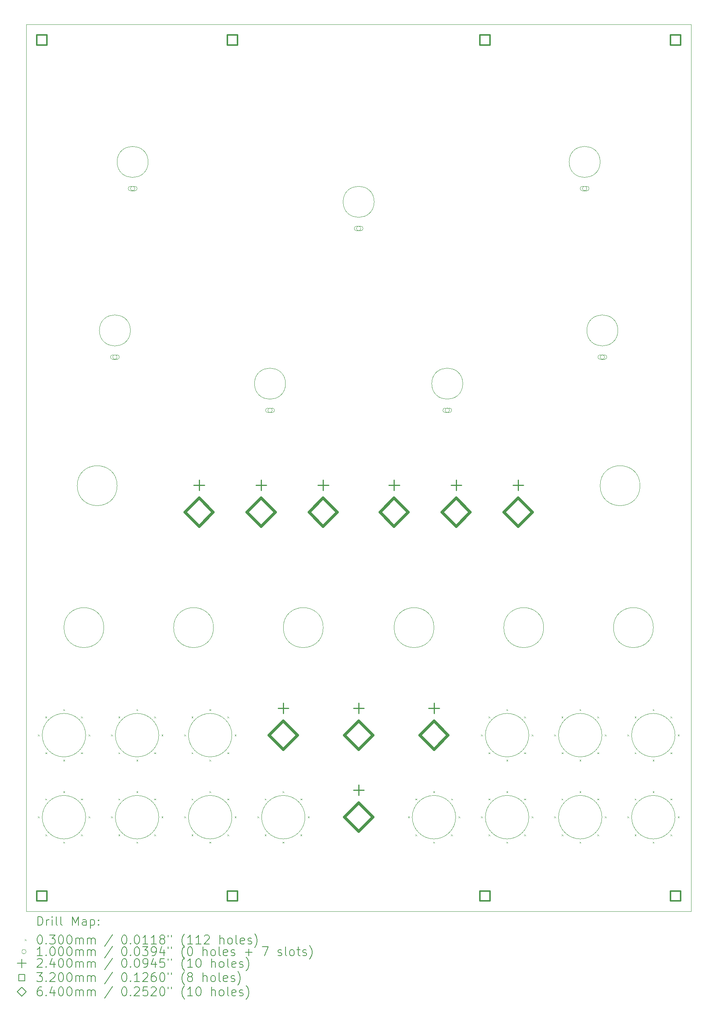
<source format=gbr>
%TF.GenerationSoftware,KiCad,Pcbnew,9.0.0*%
%TF.CreationDate,2025-03-15T21:35:30+01:00*%
%TF.ProjectId,DMH_Dual_VCF_Diode_Ladder_Mk2_PANEL,444d485f-4475-4616-9c5f-5643465f4469,rev?*%
%TF.SameCoordinates,Original*%
%TF.FileFunction,Drillmap*%
%TF.FilePolarity,Positive*%
%FSLAX45Y45*%
G04 Gerber Fmt 4.5, Leading zero omitted, Abs format (unit mm)*
G04 Created by KiCad (PCBNEW 9.0.0) date 2025-03-15 21:35:30*
%MOMM*%
%LPD*%
G01*
G04 APERTURE LIST*
%ADD10C,0.050000*%
%ADD11C,0.200000*%
%ADD12C,0.100000*%
%ADD13C,0.240000*%
%ADD14C,0.320000*%
%ADD15C,0.640000*%
G04 APERTURE END LIST*
D10*
X2500000Y-3000000D02*
X17500000Y-3000000D01*
X17500000Y-23000000D01*
X2500000Y-23000000D01*
X2500000Y-3000000D01*
X15490000Y-19025000D02*
G75*
G02*
X14510000Y-19025000I-490000J0D01*
G01*
X14510000Y-19025000D02*
G75*
G02*
X15490000Y-19025000I490000J0D01*
G01*
X16350000Y-13400000D02*
G75*
G02*
X15450000Y-13400000I-450000J0D01*
G01*
X15450000Y-13400000D02*
G75*
G02*
X16350000Y-13400000I450000J0D01*
G01*
X15490000Y-20875000D02*
G75*
G02*
X14510000Y-20875000I-490000J0D01*
G01*
X14510000Y-20875000D02*
G75*
G02*
X15490000Y-20875000I490000J0D01*
G01*
X17140000Y-19025000D02*
G75*
G02*
X16160000Y-19025000I-490000J0D01*
G01*
X16160000Y-19025000D02*
G75*
G02*
X17140000Y-19025000I490000J0D01*
G01*
X3840000Y-19025000D02*
G75*
G02*
X2860000Y-19025000I-490000J0D01*
G01*
X2860000Y-19025000D02*
G75*
G02*
X3840000Y-19025000I490000J0D01*
G01*
X4250000Y-16600000D02*
G75*
G02*
X3350000Y-16600000I-450000J0D01*
G01*
X3350000Y-16600000D02*
G75*
G02*
X4250000Y-16600000I450000J0D01*
G01*
X4850000Y-9900000D02*
G75*
G02*
X4150000Y-9900000I-350000J0D01*
G01*
X4150000Y-9900000D02*
G75*
G02*
X4850000Y-9900000I350000J0D01*
G01*
X4550000Y-13400000D02*
G75*
G02*
X3650000Y-13400000I-450000J0D01*
G01*
X3650000Y-13400000D02*
G75*
G02*
X4550000Y-13400000I450000J0D01*
G01*
X11700000Y-16600000D02*
G75*
G02*
X10800000Y-16600000I-450000J0D01*
G01*
X10800000Y-16600000D02*
G75*
G02*
X11700000Y-16600000I450000J0D01*
G01*
X13840000Y-20875000D02*
G75*
G02*
X12860000Y-20875000I-490000J0D01*
G01*
X12860000Y-20875000D02*
G75*
G02*
X13840000Y-20875000I490000J0D01*
G01*
X8350000Y-11100000D02*
G75*
G02*
X7650000Y-11100000I-350000J0D01*
G01*
X7650000Y-11100000D02*
G75*
G02*
X8350000Y-11100000I350000J0D01*
G01*
X12190000Y-20875000D02*
G75*
G02*
X11210000Y-20875000I-490000J0D01*
G01*
X11210000Y-20875000D02*
G75*
G02*
X12190000Y-20875000I490000J0D01*
G01*
X9200000Y-16600000D02*
G75*
G02*
X8300000Y-16600000I-450000J0D01*
G01*
X8300000Y-16600000D02*
G75*
G02*
X9200000Y-16600000I450000J0D01*
G01*
X5490000Y-19025000D02*
G75*
G02*
X4510000Y-19025000I-490000J0D01*
G01*
X4510000Y-19025000D02*
G75*
G02*
X5490000Y-19025000I490000J0D01*
G01*
X17140000Y-20875000D02*
G75*
G02*
X16160000Y-20875000I-490000J0D01*
G01*
X16160000Y-20875000D02*
G75*
G02*
X17140000Y-20875000I490000J0D01*
G01*
X15450000Y-6100000D02*
G75*
G02*
X14750000Y-6100000I-350000J0D01*
G01*
X14750000Y-6100000D02*
G75*
G02*
X15450000Y-6100000I350000J0D01*
G01*
X5250000Y-6100000D02*
G75*
G02*
X4550000Y-6100000I-350000J0D01*
G01*
X4550000Y-6100000D02*
G75*
G02*
X5250000Y-6100000I350000J0D01*
G01*
X3840000Y-20875000D02*
G75*
G02*
X2860000Y-20875000I-490000J0D01*
G01*
X2860000Y-20875000D02*
G75*
G02*
X3840000Y-20875000I490000J0D01*
G01*
X12350000Y-11100000D02*
G75*
G02*
X11650000Y-11100000I-350000J0D01*
G01*
X11650000Y-11100000D02*
G75*
G02*
X12350000Y-11100000I350000J0D01*
G01*
X5490000Y-20875000D02*
G75*
G02*
X4510000Y-20875000I-490000J0D01*
G01*
X4510000Y-20875000D02*
G75*
G02*
X5490000Y-20875000I490000J0D01*
G01*
X15850000Y-9900000D02*
G75*
G02*
X15150000Y-9900000I-350000J0D01*
G01*
X15150000Y-9900000D02*
G75*
G02*
X15850000Y-9900000I350000J0D01*
G01*
X16650000Y-16600000D02*
G75*
G02*
X15750000Y-16600000I-450000J0D01*
G01*
X15750000Y-16600000D02*
G75*
G02*
X16650000Y-16600000I450000J0D01*
G01*
X8790000Y-20875000D02*
G75*
G02*
X7810000Y-20875000I-490000J0D01*
G01*
X7810000Y-20875000D02*
G75*
G02*
X8790000Y-20875000I490000J0D01*
G01*
X10350000Y-7000000D02*
G75*
G02*
X9650000Y-7000000I-350000J0D01*
G01*
X9650000Y-7000000D02*
G75*
G02*
X10350000Y-7000000I350000J0D01*
G01*
X14175000Y-16600000D02*
G75*
G02*
X13275000Y-16600000I-450000J0D01*
G01*
X13275000Y-16600000D02*
G75*
G02*
X14175000Y-16600000I450000J0D01*
G01*
X7140000Y-20875000D02*
G75*
G02*
X6160000Y-20875000I-490000J0D01*
G01*
X6160000Y-20875000D02*
G75*
G02*
X7140000Y-20875000I490000J0D01*
G01*
X6725000Y-16600000D02*
G75*
G02*
X5825000Y-16600000I-450000J0D01*
G01*
X5825000Y-16600000D02*
G75*
G02*
X6725000Y-16600000I450000J0D01*
G01*
X7140000Y-19025000D02*
G75*
G02*
X6160000Y-19025000I-490000J0D01*
G01*
X6160000Y-19025000D02*
G75*
G02*
X7140000Y-19025000I490000J0D01*
G01*
X13840000Y-19025000D02*
G75*
G02*
X12860000Y-19025000I-490000J0D01*
G01*
X12860000Y-19025000D02*
G75*
G02*
X13840000Y-19025000I490000J0D01*
G01*
D11*
D12*
X2765000Y-19010000D02*
X2795000Y-19040000D01*
X2795000Y-19010000D02*
X2765000Y-19040000D01*
X2765000Y-20860000D02*
X2795000Y-20890000D01*
X2795000Y-20860000D02*
X2765000Y-20890000D01*
X2931000Y-18607000D02*
X2961000Y-18637000D01*
X2961000Y-18607000D02*
X2931000Y-18637000D01*
X2931000Y-20457000D02*
X2961000Y-20487000D01*
X2961000Y-20457000D02*
X2931000Y-20487000D01*
X2932000Y-19414000D02*
X2962000Y-19444000D01*
X2962000Y-19414000D02*
X2932000Y-19444000D01*
X2932000Y-21264000D02*
X2962000Y-21294000D01*
X2962000Y-21264000D02*
X2932000Y-21294000D01*
X3335000Y-18440000D02*
X3365000Y-18470000D01*
X3365000Y-18440000D02*
X3335000Y-18470000D01*
X3335000Y-19580000D02*
X3365000Y-19610000D01*
X3365000Y-19580000D02*
X3335000Y-19610000D01*
X3335000Y-20290000D02*
X3365000Y-20320000D01*
X3365000Y-20290000D02*
X3335000Y-20320000D01*
X3335000Y-21430000D02*
X3365000Y-21460000D01*
X3365000Y-21430000D02*
X3335000Y-21460000D01*
X3738000Y-19414000D02*
X3768000Y-19444000D01*
X3768000Y-19414000D02*
X3738000Y-19444000D01*
X3738000Y-21264000D02*
X3768000Y-21294000D01*
X3768000Y-21264000D02*
X3738000Y-21294000D01*
X3739000Y-18607000D02*
X3769000Y-18637000D01*
X3769000Y-18607000D02*
X3739000Y-18637000D01*
X3739000Y-20457000D02*
X3769000Y-20487000D01*
X3769000Y-20457000D02*
X3739000Y-20487000D01*
X3905000Y-19010000D02*
X3935000Y-19040000D01*
X3935000Y-19010000D02*
X3905000Y-19040000D01*
X3905000Y-20860000D02*
X3935000Y-20890000D01*
X3935000Y-20860000D02*
X3905000Y-20890000D01*
X4415000Y-19010000D02*
X4445000Y-19040000D01*
X4445000Y-19010000D02*
X4415000Y-19040000D01*
X4415000Y-20860000D02*
X4445000Y-20890000D01*
X4445000Y-20860000D02*
X4415000Y-20890000D01*
X4581000Y-18607000D02*
X4611000Y-18637000D01*
X4611000Y-18607000D02*
X4581000Y-18637000D01*
X4581000Y-20457000D02*
X4611000Y-20487000D01*
X4611000Y-20457000D02*
X4581000Y-20487000D01*
X4582000Y-19414000D02*
X4612000Y-19444000D01*
X4612000Y-19414000D02*
X4582000Y-19444000D01*
X4582000Y-21264000D02*
X4612000Y-21294000D01*
X4612000Y-21264000D02*
X4582000Y-21294000D01*
X4985000Y-18440000D02*
X5015000Y-18470000D01*
X5015000Y-18440000D02*
X4985000Y-18470000D01*
X4985000Y-19580000D02*
X5015000Y-19610000D01*
X5015000Y-19580000D02*
X4985000Y-19610000D01*
X4985000Y-20290000D02*
X5015000Y-20320000D01*
X5015000Y-20290000D02*
X4985000Y-20320000D01*
X4985000Y-21430000D02*
X5015000Y-21460000D01*
X5015000Y-21430000D02*
X4985000Y-21460000D01*
X5388000Y-19414000D02*
X5418000Y-19444000D01*
X5418000Y-19414000D02*
X5388000Y-19444000D01*
X5388000Y-21264000D02*
X5418000Y-21294000D01*
X5418000Y-21264000D02*
X5388000Y-21294000D01*
X5389000Y-18607000D02*
X5419000Y-18637000D01*
X5419000Y-18607000D02*
X5389000Y-18637000D01*
X5389000Y-20457000D02*
X5419000Y-20487000D01*
X5419000Y-20457000D02*
X5389000Y-20487000D01*
X5555000Y-19010000D02*
X5585000Y-19040000D01*
X5585000Y-19010000D02*
X5555000Y-19040000D01*
X5555000Y-20860000D02*
X5585000Y-20890000D01*
X5585000Y-20860000D02*
X5555000Y-20890000D01*
X6065000Y-19010000D02*
X6095000Y-19040000D01*
X6095000Y-19010000D02*
X6065000Y-19040000D01*
X6065000Y-20860000D02*
X6095000Y-20890000D01*
X6095000Y-20860000D02*
X6065000Y-20890000D01*
X6231000Y-18607000D02*
X6261000Y-18637000D01*
X6261000Y-18607000D02*
X6231000Y-18637000D01*
X6231000Y-20457000D02*
X6261000Y-20487000D01*
X6261000Y-20457000D02*
X6231000Y-20487000D01*
X6232000Y-19414000D02*
X6262000Y-19444000D01*
X6262000Y-19414000D02*
X6232000Y-19444000D01*
X6232000Y-21264000D02*
X6262000Y-21294000D01*
X6262000Y-21264000D02*
X6232000Y-21294000D01*
X6635000Y-18440000D02*
X6665000Y-18470000D01*
X6665000Y-18440000D02*
X6635000Y-18470000D01*
X6635000Y-19580000D02*
X6665000Y-19610000D01*
X6665000Y-19580000D02*
X6635000Y-19610000D01*
X6635000Y-20290000D02*
X6665000Y-20320000D01*
X6665000Y-20290000D02*
X6635000Y-20320000D01*
X6635000Y-21430000D02*
X6665000Y-21460000D01*
X6665000Y-21430000D02*
X6635000Y-21460000D01*
X7038000Y-19414000D02*
X7068000Y-19444000D01*
X7068000Y-19414000D02*
X7038000Y-19444000D01*
X7038000Y-21264000D02*
X7068000Y-21294000D01*
X7068000Y-21264000D02*
X7038000Y-21294000D01*
X7039000Y-18607000D02*
X7069000Y-18637000D01*
X7069000Y-18607000D02*
X7039000Y-18637000D01*
X7039000Y-20457000D02*
X7069000Y-20487000D01*
X7069000Y-20457000D02*
X7039000Y-20487000D01*
X7205000Y-19010000D02*
X7235000Y-19040000D01*
X7235000Y-19010000D02*
X7205000Y-19040000D01*
X7205000Y-20860000D02*
X7235000Y-20890000D01*
X7235000Y-20860000D02*
X7205000Y-20890000D01*
X7715000Y-20860000D02*
X7745000Y-20890000D01*
X7745000Y-20860000D02*
X7715000Y-20890000D01*
X7881000Y-20457000D02*
X7911000Y-20487000D01*
X7911000Y-20457000D02*
X7881000Y-20487000D01*
X7882000Y-21264000D02*
X7912000Y-21294000D01*
X7912000Y-21264000D02*
X7882000Y-21294000D01*
X8285000Y-20290000D02*
X8315000Y-20320000D01*
X8315000Y-20290000D02*
X8285000Y-20320000D01*
X8285000Y-21430000D02*
X8315000Y-21460000D01*
X8315000Y-21430000D02*
X8285000Y-21460000D01*
X8688000Y-21264000D02*
X8718000Y-21294000D01*
X8718000Y-21264000D02*
X8688000Y-21294000D01*
X8689000Y-20457000D02*
X8719000Y-20487000D01*
X8719000Y-20457000D02*
X8689000Y-20487000D01*
X8855000Y-20860000D02*
X8885000Y-20890000D01*
X8885000Y-20860000D02*
X8855000Y-20890000D01*
X11115000Y-20860000D02*
X11145000Y-20890000D01*
X11145000Y-20860000D02*
X11115000Y-20890000D01*
X11281000Y-20457000D02*
X11311000Y-20487000D01*
X11311000Y-20457000D02*
X11281000Y-20487000D01*
X11282000Y-21264000D02*
X11312000Y-21294000D01*
X11312000Y-21264000D02*
X11282000Y-21294000D01*
X11685000Y-20290000D02*
X11715000Y-20320000D01*
X11715000Y-20290000D02*
X11685000Y-20320000D01*
X11685000Y-21430000D02*
X11715000Y-21460000D01*
X11715000Y-21430000D02*
X11685000Y-21460000D01*
X12088000Y-21264000D02*
X12118000Y-21294000D01*
X12118000Y-21264000D02*
X12088000Y-21294000D01*
X12089000Y-20457000D02*
X12119000Y-20487000D01*
X12119000Y-20457000D02*
X12089000Y-20487000D01*
X12255000Y-20860000D02*
X12285000Y-20890000D01*
X12285000Y-20860000D02*
X12255000Y-20890000D01*
X12765000Y-19010000D02*
X12795000Y-19040000D01*
X12795000Y-19010000D02*
X12765000Y-19040000D01*
X12765000Y-20860000D02*
X12795000Y-20890000D01*
X12795000Y-20860000D02*
X12765000Y-20890000D01*
X12931000Y-18607000D02*
X12961000Y-18637000D01*
X12961000Y-18607000D02*
X12931000Y-18637000D01*
X12931000Y-20457000D02*
X12961000Y-20487000D01*
X12961000Y-20457000D02*
X12931000Y-20487000D01*
X12932000Y-19414000D02*
X12962000Y-19444000D01*
X12962000Y-19414000D02*
X12932000Y-19444000D01*
X12932000Y-21264000D02*
X12962000Y-21294000D01*
X12962000Y-21264000D02*
X12932000Y-21294000D01*
X13335000Y-18440000D02*
X13365000Y-18470000D01*
X13365000Y-18440000D02*
X13335000Y-18470000D01*
X13335000Y-19580000D02*
X13365000Y-19610000D01*
X13365000Y-19580000D02*
X13335000Y-19610000D01*
X13335000Y-20290000D02*
X13365000Y-20320000D01*
X13365000Y-20290000D02*
X13335000Y-20320000D01*
X13335000Y-21430000D02*
X13365000Y-21460000D01*
X13365000Y-21430000D02*
X13335000Y-21460000D01*
X13738000Y-19414000D02*
X13768000Y-19444000D01*
X13768000Y-19414000D02*
X13738000Y-19444000D01*
X13738000Y-21264000D02*
X13768000Y-21294000D01*
X13768000Y-21264000D02*
X13738000Y-21294000D01*
X13739000Y-18607000D02*
X13769000Y-18637000D01*
X13769000Y-18607000D02*
X13739000Y-18637000D01*
X13739000Y-20457000D02*
X13769000Y-20487000D01*
X13769000Y-20457000D02*
X13739000Y-20487000D01*
X13905000Y-19010000D02*
X13935000Y-19040000D01*
X13935000Y-19010000D02*
X13905000Y-19040000D01*
X13905000Y-20860000D02*
X13935000Y-20890000D01*
X13935000Y-20860000D02*
X13905000Y-20890000D01*
X14415000Y-19010000D02*
X14445000Y-19040000D01*
X14445000Y-19010000D02*
X14415000Y-19040000D01*
X14415000Y-20860000D02*
X14445000Y-20890000D01*
X14445000Y-20860000D02*
X14415000Y-20890000D01*
X14581000Y-18607000D02*
X14611000Y-18637000D01*
X14611000Y-18607000D02*
X14581000Y-18637000D01*
X14581000Y-20457000D02*
X14611000Y-20487000D01*
X14611000Y-20457000D02*
X14581000Y-20487000D01*
X14582000Y-19414000D02*
X14612000Y-19444000D01*
X14612000Y-19414000D02*
X14582000Y-19444000D01*
X14582000Y-21264000D02*
X14612000Y-21294000D01*
X14612000Y-21264000D02*
X14582000Y-21294000D01*
X14985000Y-18440000D02*
X15015000Y-18470000D01*
X15015000Y-18440000D02*
X14985000Y-18470000D01*
X14985000Y-19580000D02*
X15015000Y-19610000D01*
X15015000Y-19580000D02*
X14985000Y-19610000D01*
X14985000Y-20290000D02*
X15015000Y-20320000D01*
X15015000Y-20290000D02*
X14985000Y-20320000D01*
X14985000Y-21430000D02*
X15015000Y-21460000D01*
X15015000Y-21430000D02*
X14985000Y-21460000D01*
X15388000Y-19414000D02*
X15418000Y-19444000D01*
X15418000Y-19414000D02*
X15388000Y-19444000D01*
X15388000Y-21264000D02*
X15418000Y-21294000D01*
X15418000Y-21264000D02*
X15388000Y-21294000D01*
X15389000Y-18607000D02*
X15419000Y-18637000D01*
X15419000Y-18607000D02*
X15389000Y-18637000D01*
X15389000Y-20457000D02*
X15419000Y-20487000D01*
X15419000Y-20457000D02*
X15389000Y-20487000D01*
X15555000Y-19010000D02*
X15585000Y-19040000D01*
X15585000Y-19010000D02*
X15555000Y-19040000D01*
X15555000Y-20860000D02*
X15585000Y-20890000D01*
X15585000Y-20860000D02*
X15555000Y-20890000D01*
X16065000Y-19010000D02*
X16095000Y-19040000D01*
X16095000Y-19010000D02*
X16065000Y-19040000D01*
X16065000Y-20860000D02*
X16095000Y-20890000D01*
X16095000Y-20860000D02*
X16065000Y-20890000D01*
X16231000Y-18607000D02*
X16261000Y-18637000D01*
X16261000Y-18607000D02*
X16231000Y-18637000D01*
X16231000Y-20457000D02*
X16261000Y-20487000D01*
X16261000Y-20457000D02*
X16231000Y-20487000D01*
X16232000Y-19414000D02*
X16262000Y-19444000D01*
X16262000Y-19414000D02*
X16232000Y-19444000D01*
X16232000Y-21264000D02*
X16262000Y-21294000D01*
X16262000Y-21264000D02*
X16232000Y-21294000D01*
X16635000Y-18440000D02*
X16665000Y-18470000D01*
X16665000Y-18440000D02*
X16635000Y-18470000D01*
X16635000Y-19580000D02*
X16665000Y-19610000D01*
X16665000Y-19580000D02*
X16635000Y-19610000D01*
X16635000Y-20290000D02*
X16665000Y-20320000D01*
X16665000Y-20290000D02*
X16635000Y-20320000D01*
X16635000Y-21430000D02*
X16665000Y-21460000D01*
X16665000Y-21430000D02*
X16635000Y-21460000D01*
X17038000Y-19414000D02*
X17068000Y-19444000D01*
X17068000Y-19414000D02*
X17038000Y-19444000D01*
X17038000Y-21264000D02*
X17068000Y-21294000D01*
X17068000Y-21264000D02*
X17038000Y-21294000D01*
X17039000Y-18607000D02*
X17069000Y-18637000D01*
X17069000Y-18607000D02*
X17039000Y-18637000D01*
X17039000Y-20457000D02*
X17069000Y-20487000D01*
X17069000Y-20457000D02*
X17039000Y-20487000D01*
X17205000Y-19010000D02*
X17235000Y-19040000D01*
X17235000Y-19010000D02*
X17205000Y-19040000D01*
X17205000Y-20860000D02*
X17235000Y-20890000D01*
X17235000Y-20860000D02*
X17205000Y-20890000D01*
X4550000Y-10500000D02*
G75*
G02*
X4450000Y-10500000I-50000J0D01*
G01*
X4450000Y-10500000D02*
G75*
G02*
X4550000Y-10500000I50000J0D01*
G01*
X4450000Y-10550000D02*
X4550000Y-10550000D01*
X4550000Y-10450000D02*
G75*
G02*
X4550000Y-10550000I0J-50000D01*
G01*
X4550000Y-10450000D02*
X4450000Y-10450000D01*
X4450000Y-10450000D02*
G75*
G03*
X4450000Y-10550000I0J-50000D01*
G01*
X4950000Y-6700000D02*
G75*
G02*
X4850000Y-6700000I-50000J0D01*
G01*
X4850000Y-6700000D02*
G75*
G02*
X4950000Y-6700000I50000J0D01*
G01*
X4850000Y-6750000D02*
X4950000Y-6750000D01*
X4950000Y-6650000D02*
G75*
G02*
X4950000Y-6750000I0J-50000D01*
G01*
X4950000Y-6650000D02*
X4850000Y-6650000D01*
X4850000Y-6650000D02*
G75*
G03*
X4850000Y-6750000I0J-50000D01*
G01*
X8050000Y-11700000D02*
G75*
G02*
X7950000Y-11700000I-50000J0D01*
G01*
X7950000Y-11700000D02*
G75*
G02*
X8050000Y-11700000I50000J0D01*
G01*
X7950000Y-11750000D02*
X8050000Y-11750000D01*
X8050000Y-11650000D02*
G75*
G02*
X8050000Y-11750000I0J-50000D01*
G01*
X8050000Y-11650000D02*
X7950000Y-11650000D01*
X7950000Y-11650000D02*
G75*
G03*
X7950000Y-11750000I0J-50000D01*
G01*
X10050000Y-7600000D02*
G75*
G02*
X9950000Y-7600000I-50000J0D01*
G01*
X9950000Y-7600000D02*
G75*
G02*
X10050000Y-7600000I50000J0D01*
G01*
X9950000Y-7650000D02*
X10050000Y-7650000D01*
X10050000Y-7550000D02*
G75*
G02*
X10050000Y-7650000I0J-50000D01*
G01*
X10050000Y-7550000D02*
X9950000Y-7550000D01*
X9950000Y-7550000D02*
G75*
G03*
X9950000Y-7650000I0J-50000D01*
G01*
X12050000Y-11700000D02*
G75*
G02*
X11950000Y-11700000I-50000J0D01*
G01*
X11950000Y-11700000D02*
G75*
G02*
X12050000Y-11700000I50000J0D01*
G01*
X11950000Y-11750000D02*
X12050000Y-11750000D01*
X12050000Y-11650000D02*
G75*
G02*
X12050000Y-11750000I0J-50000D01*
G01*
X12050000Y-11650000D02*
X11950000Y-11650000D01*
X11950000Y-11650000D02*
G75*
G03*
X11950000Y-11750000I0J-50000D01*
G01*
X15150000Y-6700000D02*
G75*
G02*
X15050000Y-6700000I-50000J0D01*
G01*
X15050000Y-6700000D02*
G75*
G02*
X15150000Y-6700000I50000J0D01*
G01*
X15050000Y-6750000D02*
X15150000Y-6750000D01*
X15150000Y-6650000D02*
G75*
G02*
X15150000Y-6750000I0J-50000D01*
G01*
X15150000Y-6650000D02*
X15050000Y-6650000D01*
X15050000Y-6650000D02*
G75*
G03*
X15050000Y-6750000I0J-50000D01*
G01*
X15550000Y-10500000D02*
G75*
G02*
X15450000Y-10500000I-50000J0D01*
G01*
X15450000Y-10500000D02*
G75*
G02*
X15550000Y-10500000I50000J0D01*
G01*
X15450000Y-10550000D02*
X15550000Y-10550000D01*
X15550000Y-10450000D02*
G75*
G02*
X15550000Y-10550000I0J-50000D01*
G01*
X15550000Y-10450000D02*
X15450000Y-10450000D01*
X15450000Y-10450000D02*
G75*
G03*
X15450000Y-10550000I0J-50000D01*
G01*
D13*
X6400000Y-13270000D02*
X6400000Y-13510000D01*
X6280000Y-13390000D02*
X6520000Y-13390000D01*
X7800000Y-13270000D02*
X7800000Y-13510000D01*
X7680000Y-13390000D02*
X7920000Y-13390000D01*
X8300000Y-18295000D02*
X8300000Y-18535000D01*
X8180000Y-18415000D02*
X8420000Y-18415000D01*
X9200000Y-13270000D02*
X9200000Y-13510000D01*
X9080000Y-13390000D02*
X9320000Y-13390000D01*
X10000000Y-18295000D02*
X10000000Y-18535000D01*
X9880000Y-18415000D02*
X10120000Y-18415000D01*
X10000000Y-20145000D02*
X10000000Y-20385000D01*
X9880000Y-20265000D02*
X10120000Y-20265000D01*
X10800000Y-13270000D02*
X10800000Y-13510000D01*
X10680000Y-13390000D02*
X10920000Y-13390000D01*
X11700000Y-18295000D02*
X11700000Y-18535000D01*
X11580000Y-18415000D02*
X11820000Y-18415000D01*
X12200000Y-13270000D02*
X12200000Y-13510000D01*
X12080000Y-13390000D02*
X12320000Y-13390000D01*
X13600000Y-13270000D02*
X13600000Y-13510000D01*
X13480000Y-13390000D02*
X13720000Y-13390000D01*
D14*
X2963138Y-3463138D02*
X2963138Y-3236862D01*
X2736862Y-3236862D01*
X2736862Y-3463138D01*
X2963138Y-3463138D01*
X2963138Y-22763138D02*
X2963138Y-22536862D01*
X2736862Y-22536862D01*
X2736862Y-22763138D01*
X2963138Y-22763138D01*
X7263138Y-3463138D02*
X7263138Y-3236862D01*
X7036862Y-3236862D01*
X7036862Y-3463138D01*
X7263138Y-3463138D01*
X7263138Y-22763138D02*
X7263138Y-22536862D01*
X7036862Y-22536862D01*
X7036862Y-22763138D01*
X7263138Y-22763138D01*
X12963138Y-3463138D02*
X12963138Y-3236862D01*
X12736862Y-3236862D01*
X12736862Y-3463138D01*
X12963138Y-3463138D01*
X12963138Y-22763138D02*
X12963138Y-22536862D01*
X12736862Y-22536862D01*
X12736862Y-22763138D01*
X12963138Y-22763138D01*
X17263138Y-3463138D02*
X17263138Y-3236862D01*
X17036862Y-3236862D01*
X17036862Y-3463138D01*
X17263138Y-3463138D01*
X17263138Y-22763138D02*
X17263138Y-22536862D01*
X17036862Y-22536862D01*
X17036862Y-22763138D01*
X17263138Y-22763138D01*
D15*
X6400000Y-14320000D02*
X6720000Y-14000000D01*
X6400000Y-13680000D01*
X6080000Y-14000000D01*
X6400000Y-14320000D01*
X7800000Y-14320000D02*
X8120000Y-14000000D01*
X7800000Y-13680000D01*
X7480000Y-14000000D01*
X7800000Y-14320000D01*
X8300000Y-19345000D02*
X8620000Y-19025000D01*
X8300000Y-18705000D01*
X7980000Y-19025000D01*
X8300000Y-19345000D01*
X9200000Y-14320000D02*
X9520000Y-14000000D01*
X9200000Y-13680000D01*
X8880000Y-14000000D01*
X9200000Y-14320000D01*
X10000000Y-19345000D02*
X10320000Y-19025000D01*
X10000000Y-18705000D01*
X9680000Y-19025000D01*
X10000000Y-19345000D01*
X10000000Y-21195000D02*
X10320000Y-20875000D01*
X10000000Y-20555000D01*
X9680000Y-20875000D01*
X10000000Y-21195000D01*
X10800000Y-14320000D02*
X11120000Y-14000000D01*
X10800000Y-13680000D01*
X10480000Y-14000000D01*
X10800000Y-14320000D01*
X11700000Y-19345000D02*
X12020000Y-19025000D01*
X11700000Y-18705000D01*
X11380000Y-19025000D01*
X11700000Y-19345000D01*
X12200000Y-14320000D02*
X12520000Y-14000000D01*
X12200000Y-13680000D01*
X11880000Y-14000000D01*
X12200000Y-14320000D01*
X13600000Y-14320000D02*
X13920000Y-14000000D01*
X13600000Y-13680000D01*
X13280000Y-14000000D01*
X13600000Y-14320000D01*
D11*
X2758277Y-23313984D02*
X2758277Y-23113984D01*
X2758277Y-23113984D02*
X2805896Y-23113984D01*
X2805896Y-23113984D02*
X2834467Y-23123508D01*
X2834467Y-23123508D02*
X2853515Y-23142555D01*
X2853515Y-23142555D02*
X2863039Y-23161603D01*
X2863039Y-23161603D02*
X2872562Y-23199698D01*
X2872562Y-23199698D02*
X2872562Y-23228269D01*
X2872562Y-23228269D02*
X2863039Y-23266365D01*
X2863039Y-23266365D02*
X2853515Y-23285412D01*
X2853515Y-23285412D02*
X2834467Y-23304460D01*
X2834467Y-23304460D02*
X2805896Y-23313984D01*
X2805896Y-23313984D02*
X2758277Y-23313984D01*
X2958277Y-23313984D02*
X2958277Y-23180650D01*
X2958277Y-23218746D02*
X2967801Y-23199698D01*
X2967801Y-23199698D02*
X2977324Y-23190174D01*
X2977324Y-23190174D02*
X2996372Y-23180650D01*
X2996372Y-23180650D02*
X3015420Y-23180650D01*
X3082086Y-23313984D02*
X3082086Y-23180650D01*
X3082086Y-23113984D02*
X3072562Y-23123508D01*
X3072562Y-23123508D02*
X3082086Y-23133031D01*
X3082086Y-23133031D02*
X3091610Y-23123508D01*
X3091610Y-23123508D02*
X3082086Y-23113984D01*
X3082086Y-23113984D02*
X3082086Y-23133031D01*
X3205896Y-23313984D02*
X3186848Y-23304460D01*
X3186848Y-23304460D02*
X3177324Y-23285412D01*
X3177324Y-23285412D02*
X3177324Y-23113984D01*
X3310658Y-23313984D02*
X3291610Y-23304460D01*
X3291610Y-23304460D02*
X3282086Y-23285412D01*
X3282086Y-23285412D02*
X3282086Y-23113984D01*
X3539229Y-23313984D02*
X3539229Y-23113984D01*
X3539229Y-23113984D02*
X3605896Y-23256841D01*
X3605896Y-23256841D02*
X3672562Y-23113984D01*
X3672562Y-23113984D02*
X3672562Y-23313984D01*
X3853515Y-23313984D02*
X3853515Y-23209222D01*
X3853515Y-23209222D02*
X3843991Y-23190174D01*
X3843991Y-23190174D02*
X3824943Y-23180650D01*
X3824943Y-23180650D02*
X3786848Y-23180650D01*
X3786848Y-23180650D02*
X3767801Y-23190174D01*
X3853515Y-23304460D02*
X3834467Y-23313984D01*
X3834467Y-23313984D02*
X3786848Y-23313984D01*
X3786848Y-23313984D02*
X3767801Y-23304460D01*
X3767801Y-23304460D02*
X3758277Y-23285412D01*
X3758277Y-23285412D02*
X3758277Y-23266365D01*
X3758277Y-23266365D02*
X3767801Y-23247317D01*
X3767801Y-23247317D02*
X3786848Y-23237793D01*
X3786848Y-23237793D02*
X3834467Y-23237793D01*
X3834467Y-23237793D02*
X3853515Y-23228269D01*
X3948753Y-23180650D02*
X3948753Y-23380650D01*
X3948753Y-23190174D02*
X3967801Y-23180650D01*
X3967801Y-23180650D02*
X4005896Y-23180650D01*
X4005896Y-23180650D02*
X4024943Y-23190174D01*
X4024943Y-23190174D02*
X4034467Y-23199698D01*
X4034467Y-23199698D02*
X4043991Y-23218746D01*
X4043991Y-23218746D02*
X4043991Y-23275888D01*
X4043991Y-23275888D02*
X4034467Y-23294936D01*
X4034467Y-23294936D02*
X4024943Y-23304460D01*
X4024943Y-23304460D02*
X4005896Y-23313984D01*
X4005896Y-23313984D02*
X3967801Y-23313984D01*
X3967801Y-23313984D02*
X3948753Y-23304460D01*
X4129705Y-23294936D02*
X4139229Y-23304460D01*
X4139229Y-23304460D02*
X4129705Y-23313984D01*
X4129705Y-23313984D02*
X4120182Y-23304460D01*
X4120182Y-23304460D02*
X4129705Y-23294936D01*
X4129705Y-23294936D02*
X4129705Y-23313984D01*
X4129705Y-23190174D02*
X4139229Y-23199698D01*
X4139229Y-23199698D02*
X4129705Y-23209222D01*
X4129705Y-23209222D02*
X4120182Y-23199698D01*
X4120182Y-23199698D02*
X4129705Y-23190174D01*
X4129705Y-23190174D02*
X4129705Y-23209222D01*
D12*
X2467500Y-23627500D02*
X2497500Y-23657500D01*
X2497500Y-23627500D02*
X2467500Y-23657500D01*
D11*
X2796372Y-23533984D02*
X2815420Y-23533984D01*
X2815420Y-23533984D02*
X2834467Y-23543508D01*
X2834467Y-23543508D02*
X2843991Y-23553031D01*
X2843991Y-23553031D02*
X2853515Y-23572079D01*
X2853515Y-23572079D02*
X2863039Y-23610174D01*
X2863039Y-23610174D02*
X2863039Y-23657793D01*
X2863039Y-23657793D02*
X2853515Y-23695888D01*
X2853515Y-23695888D02*
X2843991Y-23714936D01*
X2843991Y-23714936D02*
X2834467Y-23724460D01*
X2834467Y-23724460D02*
X2815420Y-23733984D01*
X2815420Y-23733984D02*
X2796372Y-23733984D01*
X2796372Y-23733984D02*
X2777324Y-23724460D01*
X2777324Y-23724460D02*
X2767801Y-23714936D01*
X2767801Y-23714936D02*
X2758277Y-23695888D01*
X2758277Y-23695888D02*
X2748753Y-23657793D01*
X2748753Y-23657793D02*
X2748753Y-23610174D01*
X2748753Y-23610174D02*
X2758277Y-23572079D01*
X2758277Y-23572079D02*
X2767801Y-23553031D01*
X2767801Y-23553031D02*
X2777324Y-23543508D01*
X2777324Y-23543508D02*
X2796372Y-23533984D01*
X2948753Y-23714936D02*
X2958277Y-23724460D01*
X2958277Y-23724460D02*
X2948753Y-23733984D01*
X2948753Y-23733984D02*
X2939229Y-23724460D01*
X2939229Y-23724460D02*
X2948753Y-23714936D01*
X2948753Y-23714936D02*
X2948753Y-23733984D01*
X3024943Y-23533984D02*
X3148753Y-23533984D01*
X3148753Y-23533984D02*
X3082086Y-23610174D01*
X3082086Y-23610174D02*
X3110658Y-23610174D01*
X3110658Y-23610174D02*
X3129705Y-23619698D01*
X3129705Y-23619698D02*
X3139229Y-23629222D01*
X3139229Y-23629222D02*
X3148753Y-23648269D01*
X3148753Y-23648269D02*
X3148753Y-23695888D01*
X3148753Y-23695888D02*
X3139229Y-23714936D01*
X3139229Y-23714936D02*
X3129705Y-23724460D01*
X3129705Y-23724460D02*
X3110658Y-23733984D01*
X3110658Y-23733984D02*
X3053515Y-23733984D01*
X3053515Y-23733984D02*
X3034467Y-23724460D01*
X3034467Y-23724460D02*
X3024943Y-23714936D01*
X3272562Y-23533984D02*
X3291610Y-23533984D01*
X3291610Y-23533984D02*
X3310658Y-23543508D01*
X3310658Y-23543508D02*
X3320182Y-23553031D01*
X3320182Y-23553031D02*
X3329705Y-23572079D01*
X3329705Y-23572079D02*
X3339229Y-23610174D01*
X3339229Y-23610174D02*
X3339229Y-23657793D01*
X3339229Y-23657793D02*
X3329705Y-23695888D01*
X3329705Y-23695888D02*
X3320182Y-23714936D01*
X3320182Y-23714936D02*
X3310658Y-23724460D01*
X3310658Y-23724460D02*
X3291610Y-23733984D01*
X3291610Y-23733984D02*
X3272562Y-23733984D01*
X3272562Y-23733984D02*
X3253515Y-23724460D01*
X3253515Y-23724460D02*
X3243991Y-23714936D01*
X3243991Y-23714936D02*
X3234467Y-23695888D01*
X3234467Y-23695888D02*
X3224943Y-23657793D01*
X3224943Y-23657793D02*
X3224943Y-23610174D01*
X3224943Y-23610174D02*
X3234467Y-23572079D01*
X3234467Y-23572079D02*
X3243991Y-23553031D01*
X3243991Y-23553031D02*
X3253515Y-23543508D01*
X3253515Y-23543508D02*
X3272562Y-23533984D01*
X3463039Y-23533984D02*
X3482086Y-23533984D01*
X3482086Y-23533984D02*
X3501134Y-23543508D01*
X3501134Y-23543508D02*
X3510658Y-23553031D01*
X3510658Y-23553031D02*
X3520182Y-23572079D01*
X3520182Y-23572079D02*
X3529705Y-23610174D01*
X3529705Y-23610174D02*
X3529705Y-23657793D01*
X3529705Y-23657793D02*
X3520182Y-23695888D01*
X3520182Y-23695888D02*
X3510658Y-23714936D01*
X3510658Y-23714936D02*
X3501134Y-23724460D01*
X3501134Y-23724460D02*
X3482086Y-23733984D01*
X3482086Y-23733984D02*
X3463039Y-23733984D01*
X3463039Y-23733984D02*
X3443991Y-23724460D01*
X3443991Y-23724460D02*
X3434467Y-23714936D01*
X3434467Y-23714936D02*
X3424943Y-23695888D01*
X3424943Y-23695888D02*
X3415420Y-23657793D01*
X3415420Y-23657793D02*
X3415420Y-23610174D01*
X3415420Y-23610174D02*
X3424943Y-23572079D01*
X3424943Y-23572079D02*
X3434467Y-23553031D01*
X3434467Y-23553031D02*
X3443991Y-23543508D01*
X3443991Y-23543508D02*
X3463039Y-23533984D01*
X3615420Y-23733984D02*
X3615420Y-23600650D01*
X3615420Y-23619698D02*
X3624943Y-23610174D01*
X3624943Y-23610174D02*
X3643991Y-23600650D01*
X3643991Y-23600650D02*
X3672563Y-23600650D01*
X3672563Y-23600650D02*
X3691610Y-23610174D01*
X3691610Y-23610174D02*
X3701134Y-23629222D01*
X3701134Y-23629222D02*
X3701134Y-23733984D01*
X3701134Y-23629222D02*
X3710658Y-23610174D01*
X3710658Y-23610174D02*
X3729705Y-23600650D01*
X3729705Y-23600650D02*
X3758277Y-23600650D01*
X3758277Y-23600650D02*
X3777324Y-23610174D01*
X3777324Y-23610174D02*
X3786848Y-23629222D01*
X3786848Y-23629222D02*
X3786848Y-23733984D01*
X3882086Y-23733984D02*
X3882086Y-23600650D01*
X3882086Y-23619698D02*
X3891610Y-23610174D01*
X3891610Y-23610174D02*
X3910658Y-23600650D01*
X3910658Y-23600650D02*
X3939229Y-23600650D01*
X3939229Y-23600650D02*
X3958277Y-23610174D01*
X3958277Y-23610174D02*
X3967801Y-23629222D01*
X3967801Y-23629222D02*
X3967801Y-23733984D01*
X3967801Y-23629222D02*
X3977324Y-23610174D01*
X3977324Y-23610174D02*
X3996372Y-23600650D01*
X3996372Y-23600650D02*
X4024943Y-23600650D01*
X4024943Y-23600650D02*
X4043991Y-23610174D01*
X4043991Y-23610174D02*
X4053515Y-23629222D01*
X4053515Y-23629222D02*
X4053515Y-23733984D01*
X4443991Y-23524460D02*
X4272563Y-23781603D01*
X4701134Y-23533984D02*
X4720182Y-23533984D01*
X4720182Y-23533984D02*
X4739229Y-23543508D01*
X4739229Y-23543508D02*
X4748753Y-23553031D01*
X4748753Y-23553031D02*
X4758277Y-23572079D01*
X4758277Y-23572079D02*
X4767801Y-23610174D01*
X4767801Y-23610174D02*
X4767801Y-23657793D01*
X4767801Y-23657793D02*
X4758277Y-23695888D01*
X4758277Y-23695888D02*
X4748753Y-23714936D01*
X4748753Y-23714936D02*
X4739229Y-23724460D01*
X4739229Y-23724460D02*
X4720182Y-23733984D01*
X4720182Y-23733984D02*
X4701134Y-23733984D01*
X4701134Y-23733984D02*
X4682087Y-23724460D01*
X4682087Y-23724460D02*
X4672563Y-23714936D01*
X4672563Y-23714936D02*
X4663039Y-23695888D01*
X4663039Y-23695888D02*
X4653515Y-23657793D01*
X4653515Y-23657793D02*
X4653515Y-23610174D01*
X4653515Y-23610174D02*
X4663039Y-23572079D01*
X4663039Y-23572079D02*
X4672563Y-23553031D01*
X4672563Y-23553031D02*
X4682087Y-23543508D01*
X4682087Y-23543508D02*
X4701134Y-23533984D01*
X4853515Y-23714936D02*
X4863039Y-23724460D01*
X4863039Y-23724460D02*
X4853515Y-23733984D01*
X4853515Y-23733984D02*
X4843991Y-23724460D01*
X4843991Y-23724460D02*
X4853515Y-23714936D01*
X4853515Y-23714936D02*
X4853515Y-23733984D01*
X4986848Y-23533984D02*
X5005896Y-23533984D01*
X5005896Y-23533984D02*
X5024944Y-23543508D01*
X5024944Y-23543508D02*
X5034468Y-23553031D01*
X5034468Y-23553031D02*
X5043991Y-23572079D01*
X5043991Y-23572079D02*
X5053515Y-23610174D01*
X5053515Y-23610174D02*
X5053515Y-23657793D01*
X5053515Y-23657793D02*
X5043991Y-23695888D01*
X5043991Y-23695888D02*
X5034468Y-23714936D01*
X5034468Y-23714936D02*
X5024944Y-23724460D01*
X5024944Y-23724460D02*
X5005896Y-23733984D01*
X5005896Y-23733984D02*
X4986848Y-23733984D01*
X4986848Y-23733984D02*
X4967801Y-23724460D01*
X4967801Y-23724460D02*
X4958277Y-23714936D01*
X4958277Y-23714936D02*
X4948753Y-23695888D01*
X4948753Y-23695888D02*
X4939229Y-23657793D01*
X4939229Y-23657793D02*
X4939229Y-23610174D01*
X4939229Y-23610174D02*
X4948753Y-23572079D01*
X4948753Y-23572079D02*
X4958277Y-23553031D01*
X4958277Y-23553031D02*
X4967801Y-23543508D01*
X4967801Y-23543508D02*
X4986848Y-23533984D01*
X5243991Y-23733984D02*
X5129706Y-23733984D01*
X5186848Y-23733984D02*
X5186848Y-23533984D01*
X5186848Y-23533984D02*
X5167801Y-23562555D01*
X5167801Y-23562555D02*
X5148753Y-23581603D01*
X5148753Y-23581603D02*
X5129706Y-23591127D01*
X5434468Y-23733984D02*
X5320182Y-23733984D01*
X5377325Y-23733984D02*
X5377325Y-23533984D01*
X5377325Y-23533984D02*
X5358277Y-23562555D01*
X5358277Y-23562555D02*
X5339229Y-23581603D01*
X5339229Y-23581603D02*
X5320182Y-23591127D01*
X5548753Y-23619698D02*
X5529706Y-23610174D01*
X5529706Y-23610174D02*
X5520182Y-23600650D01*
X5520182Y-23600650D02*
X5510658Y-23581603D01*
X5510658Y-23581603D02*
X5510658Y-23572079D01*
X5510658Y-23572079D02*
X5520182Y-23553031D01*
X5520182Y-23553031D02*
X5529706Y-23543508D01*
X5529706Y-23543508D02*
X5548753Y-23533984D01*
X5548753Y-23533984D02*
X5586849Y-23533984D01*
X5586849Y-23533984D02*
X5605896Y-23543508D01*
X5605896Y-23543508D02*
X5615420Y-23553031D01*
X5615420Y-23553031D02*
X5624944Y-23572079D01*
X5624944Y-23572079D02*
X5624944Y-23581603D01*
X5624944Y-23581603D02*
X5615420Y-23600650D01*
X5615420Y-23600650D02*
X5605896Y-23610174D01*
X5605896Y-23610174D02*
X5586849Y-23619698D01*
X5586849Y-23619698D02*
X5548753Y-23619698D01*
X5548753Y-23619698D02*
X5529706Y-23629222D01*
X5529706Y-23629222D02*
X5520182Y-23638746D01*
X5520182Y-23638746D02*
X5510658Y-23657793D01*
X5510658Y-23657793D02*
X5510658Y-23695888D01*
X5510658Y-23695888D02*
X5520182Y-23714936D01*
X5520182Y-23714936D02*
X5529706Y-23724460D01*
X5529706Y-23724460D02*
X5548753Y-23733984D01*
X5548753Y-23733984D02*
X5586849Y-23733984D01*
X5586849Y-23733984D02*
X5605896Y-23724460D01*
X5605896Y-23724460D02*
X5615420Y-23714936D01*
X5615420Y-23714936D02*
X5624944Y-23695888D01*
X5624944Y-23695888D02*
X5624944Y-23657793D01*
X5624944Y-23657793D02*
X5615420Y-23638746D01*
X5615420Y-23638746D02*
X5605896Y-23629222D01*
X5605896Y-23629222D02*
X5586849Y-23619698D01*
X5701134Y-23533984D02*
X5701134Y-23572079D01*
X5777325Y-23533984D02*
X5777325Y-23572079D01*
X6072563Y-23810174D02*
X6063039Y-23800650D01*
X6063039Y-23800650D02*
X6043991Y-23772079D01*
X6043991Y-23772079D02*
X6034468Y-23753031D01*
X6034468Y-23753031D02*
X6024944Y-23724460D01*
X6024944Y-23724460D02*
X6015420Y-23676841D01*
X6015420Y-23676841D02*
X6015420Y-23638746D01*
X6015420Y-23638746D02*
X6024944Y-23591127D01*
X6024944Y-23591127D02*
X6034468Y-23562555D01*
X6034468Y-23562555D02*
X6043991Y-23543508D01*
X6043991Y-23543508D02*
X6063039Y-23514936D01*
X6063039Y-23514936D02*
X6072563Y-23505412D01*
X6253515Y-23733984D02*
X6139229Y-23733984D01*
X6196372Y-23733984D02*
X6196372Y-23533984D01*
X6196372Y-23533984D02*
X6177325Y-23562555D01*
X6177325Y-23562555D02*
X6158277Y-23581603D01*
X6158277Y-23581603D02*
X6139229Y-23591127D01*
X6443991Y-23733984D02*
X6329706Y-23733984D01*
X6386848Y-23733984D02*
X6386848Y-23533984D01*
X6386848Y-23533984D02*
X6367801Y-23562555D01*
X6367801Y-23562555D02*
X6348753Y-23581603D01*
X6348753Y-23581603D02*
X6329706Y-23591127D01*
X6520182Y-23553031D02*
X6529706Y-23543508D01*
X6529706Y-23543508D02*
X6548753Y-23533984D01*
X6548753Y-23533984D02*
X6596372Y-23533984D01*
X6596372Y-23533984D02*
X6615420Y-23543508D01*
X6615420Y-23543508D02*
X6624944Y-23553031D01*
X6624944Y-23553031D02*
X6634468Y-23572079D01*
X6634468Y-23572079D02*
X6634468Y-23591127D01*
X6634468Y-23591127D02*
X6624944Y-23619698D01*
X6624944Y-23619698D02*
X6510658Y-23733984D01*
X6510658Y-23733984D02*
X6634468Y-23733984D01*
X6872563Y-23733984D02*
X6872563Y-23533984D01*
X6958277Y-23733984D02*
X6958277Y-23629222D01*
X6958277Y-23629222D02*
X6948753Y-23610174D01*
X6948753Y-23610174D02*
X6929706Y-23600650D01*
X6929706Y-23600650D02*
X6901134Y-23600650D01*
X6901134Y-23600650D02*
X6882087Y-23610174D01*
X6882087Y-23610174D02*
X6872563Y-23619698D01*
X7082087Y-23733984D02*
X7063039Y-23724460D01*
X7063039Y-23724460D02*
X7053515Y-23714936D01*
X7053515Y-23714936D02*
X7043991Y-23695888D01*
X7043991Y-23695888D02*
X7043991Y-23638746D01*
X7043991Y-23638746D02*
X7053515Y-23619698D01*
X7053515Y-23619698D02*
X7063039Y-23610174D01*
X7063039Y-23610174D02*
X7082087Y-23600650D01*
X7082087Y-23600650D02*
X7110658Y-23600650D01*
X7110658Y-23600650D02*
X7129706Y-23610174D01*
X7129706Y-23610174D02*
X7139230Y-23619698D01*
X7139230Y-23619698D02*
X7148753Y-23638746D01*
X7148753Y-23638746D02*
X7148753Y-23695888D01*
X7148753Y-23695888D02*
X7139230Y-23714936D01*
X7139230Y-23714936D02*
X7129706Y-23724460D01*
X7129706Y-23724460D02*
X7110658Y-23733984D01*
X7110658Y-23733984D02*
X7082087Y-23733984D01*
X7263039Y-23733984D02*
X7243991Y-23724460D01*
X7243991Y-23724460D02*
X7234468Y-23705412D01*
X7234468Y-23705412D02*
X7234468Y-23533984D01*
X7415420Y-23724460D02*
X7396372Y-23733984D01*
X7396372Y-23733984D02*
X7358277Y-23733984D01*
X7358277Y-23733984D02*
X7339230Y-23724460D01*
X7339230Y-23724460D02*
X7329706Y-23705412D01*
X7329706Y-23705412D02*
X7329706Y-23629222D01*
X7329706Y-23629222D02*
X7339230Y-23610174D01*
X7339230Y-23610174D02*
X7358277Y-23600650D01*
X7358277Y-23600650D02*
X7396372Y-23600650D01*
X7396372Y-23600650D02*
X7415420Y-23610174D01*
X7415420Y-23610174D02*
X7424944Y-23629222D01*
X7424944Y-23629222D02*
X7424944Y-23648269D01*
X7424944Y-23648269D02*
X7329706Y-23667317D01*
X7501134Y-23724460D02*
X7520182Y-23733984D01*
X7520182Y-23733984D02*
X7558277Y-23733984D01*
X7558277Y-23733984D02*
X7577325Y-23724460D01*
X7577325Y-23724460D02*
X7586849Y-23705412D01*
X7586849Y-23705412D02*
X7586849Y-23695888D01*
X7586849Y-23695888D02*
X7577325Y-23676841D01*
X7577325Y-23676841D02*
X7558277Y-23667317D01*
X7558277Y-23667317D02*
X7529706Y-23667317D01*
X7529706Y-23667317D02*
X7510658Y-23657793D01*
X7510658Y-23657793D02*
X7501134Y-23638746D01*
X7501134Y-23638746D02*
X7501134Y-23629222D01*
X7501134Y-23629222D02*
X7510658Y-23610174D01*
X7510658Y-23610174D02*
X7529706Y-23600650D01*
X7529706Y-23600650D02*
X7558277Y-23600650D01*
X7558277Y-23600650D02*
X7577325Y-23610174D01*
X7653515Y-23810174D02*
X7663039Y-23800650D01*
X7663039Y-23800650D02*
X7682087Y-23772079D01*
X7682087Y-23772079D02*
X7691611Y-23753031D01*
X7691611Y-23753031D02*
X7701134Y-23724460D01*
X7701134Y-23724460D02*
X7710658Y-23676841D01*
X7710658Y-23676841D02*
X7710658Y-23638746D01*
X7710658Y-23638746D02*
X7701134Y-23591127D01*
X7701134Y-23591127D02*
X7691611Y-23562555D01*
X7691611Y-23562555D02*
X7682087Y-23543508D01*
X7682087Y-23543508D02*
X7663039Y-23514936D01*
X7663039Y-23514936D02*
X7653515Y-23505412D01*
D12*
X2497500Y-23906500D02*
G75*
G02*
X2397500Y-23906500I-50000J0D01*
G01*
X2397500Y-23906500D02*
G75*
G02*
X2497500Y-23906500I50000J0D01*
G01*
D11*
X2863039Y-23997984D02*
X2748753Y-23997984D01*
X2805896Y-23997984D02*
X2805896Y-23797984D01*
X2805896Y-23797984D02*
X2786848Y-23826555D01*
X2786848Y-23826555D02*
X2767801Y-23845603D01*
X2767801Y-23845603D02*
X2748753Y-23855127D01*
X2948753Y-23978936D02*
X2958277Y-23988460D01*
X2958277Y-23988460D02*
X2948753Y-23997984D01*
X2948753Y-23997984D02*
X2939229Y-23988460D01*
X2939229Y-23988460D02*
X2948753Y-23978936D01*
X2948753Y-23978936D02*
X2948753Y-23997984D01*
X3082086Y-23797984D02*
X3101134Y-23797984D01*
X3101134Y-23797984D02*
X3120182Y-23807508D01*
X3120182Y-23807508D02*
X3129705Y-23817031D01*
X3129705Y-23817031D02*
X3139229Y-23836079D01*
X3139229Y-23836079D02*
X3148753Y-23874174D01*
X3148753Y-23874174D02*
X3148753Y-23921793D01*
X3148753Y-23921793D02*
X3139229Y-23959888D01*
X3139229Y-23959888D02*
X3129705Y-23978936D01*
X3129705Y-23978936D02*
X3120182Y-23988460D01*
X3120182Y-23988460D02*
X3101134Y-23997984D01*
X3101134Y-23997984D02*
X3082086Y-23997984D01*
X3082086Y-23997984D02*
X3063039Y-23988460D01*
X3063039Y-23988460D02*
X3053515Y-23978936D01*
X3053515Y-23978936D02*
X3043991Y-23959888D01*
X3043991Y-23959888D02*
X3034467Y-23921793D01*
X3034467Y-23921793D02*
X3034467Y-23874174D01*
X3034467Y-23874174D02*
X3043991Y-23836079D01*
X3043991Y-23836079D02*
X3053515Y-23817031D01*
X3053515Y-23817031D02*
X3063039Y-23807508D01*
X3063039Y-23807508D02*
X3082086Y-23797984D01*
X3272562Y-23797984D02*
X3291610Y-23797984D01*
X3291610Y-23797984D02*
X3310658Y-23807508D01*
X3310658Y-23807508D02*
X3320182Y-23817031D01*
X3320182Y-23817031D02*
X3329705Y-23836079D01*
X3329705Y-23836079D02*
X3339229Y-23874174D01*
X3339229Y-23874174D02*
X3339229Y-23921793D01*
X3339229Y-23921793D02*
X3329705Y-23959888D01*
X3329705Y-23959888D02*
X3320182Y-23978936D01*
X3320182Y-23978936D02*
X3310658Y-23988460D01*
X3310658Y-23988460D02*
X3291610Y-23997984D01*
X3291610Y-23997984D02*
X3272562Y-23997984D01*
X3272562Y-23997984D02*
X3253515Y-23988460D01*
X3253515Y-23988460D02*
X3243991Y-23978936D01*
X3243991Y-23978936D02*
X3234467Y-23959888D01*
X3234467Y-23959888D02*
X3224943Y-23921793D01*
X3224943Y-23921793D02*
X3224943Y-23874174D01*
X3224943Y-23874174D02*
X3234467Y-23836079D01*
X3234467Y-23836079D02*
X3243991Y-23817031D01*
X3243991Y-23817031D02*
X3253515Y-23807508D01*
X3253515Y-23807508D02*
X3272562Y-23797984D01*
X3463039Y-23797984D02*
X3482086Y-23797984D01*
X3482086Y-23797984D02*
X3501134Y-23807508D01*
X3501134Y-23807508D02*
X3510658Y-23817031D01*
X3510658Y-23817031D02*
X3520182Y-23836079D01*
X3520182Y-23836079D02*
X3529705Y-23874174D01*
X3529705Y-23874174D02*
X3529705Y-23921793D01*
X3529705Y-23921793D02*
X3520182Y-23959888D01*
X3520182Y-23959888D02*
X3510658Y-23978936D01*
X3510658Y-23978936D02*
X3501134Y-23988460D01*
X3501134Y-23988460D02*
X3482086Y-23997984D01*
X3482086Y-23997984D02*
X3463039Y-23997984D01*
X3463039Y-23997984D02*
X3443991Y-23988460D01*
X3443991Y-23988460D02*
X3434467Y-23978936D01*
X3434467Y-23978936D02*
X3424943Y-23959888D01*
X3424943Y-23959888D02*
X3415420Y-23921793D01*
X3415420Y-23921793D02*
X3415420Y-23874174D01*
X3415420Y-23874174D02*
X3424943Y-23836079D01*
X3424943Y-23836079D02*
X3434467Y-23817031D01*
X3434467Y-23817031D02*
X3443991Y-23807508D01*
X3443991Y-23807508D02*
X3463039Y-23797984D01*
X3615420Y-23997984D02*
X3615420Y-23864650D01*
X3615420Y-23883698D02*
X3624943Y-23874174D01*
X3624943Y-23874174D02*
X3643991Y-23864650D01*
X3643991Y-23864650D02*
X3672563Y-23864650D01*
X3672563Y-23864650D02*
X3691610Y-23874174D01*
X3691610Y-23874174D02*
X3701134Y-23893222D01*
X3701134Y-23893222D02*
X3701134Y-23997984D01*
X3701134Y-23893222D02*
X3710658Y-23874174D01*
X3710658Y-23874174D02*
X3729705Y-23864650D01*
X3729705Y-23864650D02*
X3758277Y-23864650D01*
X3758277Y-23864650D02*
X3777324Y-23874174D01*
X3777324Y-23874174D02*
X3786848Y-23893222D01*
X3786848Y-23893222D02*
X3786848Y-23997984D01*
X3882086Y-23997984D02*
X3882086Y-23864650D01*
X3882086Y-23883698D02*
X3891610Y-23874174D01*
X3891610Y-23874174D02*
X3910658Y-23864650D01*
X3910658Y-23864650D02*
X3939229Y-23864650D01*
X3939229Y-23864650D02*
X3958277Y-23874174D01*
X3958277Y-23874174D02*
X3967801Y-23893222D01*
X3967801Y-23893222D02*
X3967801Y-23997984D01*
X3967801Y-23893222D02*
X3977324Y-23874174D01*
X3977324Y-23874174D02*
X3996372Y-23864650D01*
X3996372Y-23864650D02*
X4024943Y-23864650D01*
X4024943Y-23864650D02*
X4043991Y-23874174D01*
X4043991Y-23874174D02*
X4053515Y-23893222D01*
X4053515Y-23893222D02*
X4053515Y-23997984D01*
X4443991Y-23788460D02*
X4272563Y-24045603D01*
X4701134Y-23797984D02*
X4720182Y-23797984D01*
X4720182Y-23797984D02*
X4739229Y-23807508D01*
X4739229Y-23807508D02*
X4748753Y-23817031D01*
X4748753Y-23817031D02*
X4758277Y-23836079D01*
X4758277Y-23836079D02*
X4767801Y-23874174D01*
X4767801Y-23874174D02*
X4767801Y-23921793D01*
X4767801Y-23921793D02*
X4758277Y-23959888D01*
X4758277Y-23959888D02*
X4748753Y-23978936D01*
X4748753Y-23978936D02*
X4739229Y-23988460D01*
X4739229Y-23988460D02*
X4720182Y-23997984D01*
X4720182Y-23997984D02*
X4701134Y-23997984D01*
X4701134Y-23997984D02*
X4682087Y-23988460D01*
X4682087Y-23988460D02*
X4672563Y-23978936D01*
X4672563Y-23978936D02*
X4663039Y-23959888D01*
X4663039Y-23959888D02*
X4653515Y-23921793D01*
X4653515Y-23921793D02*
X4653515Y-23874174D01*
X4653515Y-23874174D02*
X4663039Y-23836079D01*
X4663039Y-23836079D02*
X4672563Y-23817031D01*
X4672563Y-23817031D02*
X4682087Y-23807508D01*
X4682087Y-23807508D02*
X4701134Y-23797984D01*
X4853515Y-23978936D02*
X4863039Y-23988460D01*
X4863039Y-23988460D02*
X4853515Y-23997984D01*
X4853515Y-23997984D02*
X4843991Y-23988460D01*
X4843991Y-23988460D02*
X4853515Y-23978936D01*
X4853515Y-23978936D02*
X4853515Y-23997984D01*
X4986848Y-23797984D02*
X5005896Y-23797984D01*
X5005896Y-23797984D02*
X5024944Y-23807508D01*
X5024944Y-23807508D02*
X5034468Y-23817031D01*
X5034468Y-23817031D02*
X5043991Y-23836079D01*
X5043991Y-23836079D02*
X5053515Y-23874174D01*
X5053515Y-23874174D02*
X5053515Y-23921793D01*
X5053515Y-23921793D02*
X5043991Y-23959888D01*
X5043991Y-23959888D02*
X5034468Y-23978936D01*
X5034468Y-23978936D02*
X5024944Y-23988460D01*
X5024944Y-23988460D02*
X5005896Y-23997984D01*
X5005896Y-23997984D02*
X4986848Y-23997984D01*
X4986848Y-23997984D02*
X4967801Y-23988460D01*
X4967801Y-23988460D02*
X4958277Y-23978936D01*
X4958277Y-23978936D02*
X4948753Y-23959888D01*
X4948753Y-23959888D02*
X4939229Y-23921793D01*
X4939229Y-23921793D02*
X4939229Y-23874174D01*
X4939229Y-23874174D02*
X4948753Y-23836079D01*
X4948753Y-23836079D02*
X4958277Y-23817031D01*
X4958277Y-23817031D02*
X4967801Y-23807508D01*
X4967801Y-23807508D02*
X4986848Y-23797984D01*
X5120182Y-23797984D02*
X5243991Y-23797984D01*
X5243991Y-23797984D02*
X5177325Y-23874174D01*
X5177325Y-23874174D02*
X5205896Y-23874174D01*
X5205896Y-23874174D02*
X5224944Y-23883698D01*
X5224944Y-23883698D02*
X5234468Y-23893222D01*
X5234468Y-23893222D02*
X5243991Y-23912269D01*
X5243991Y-23912269D02*
X5243991Y-23959888D01*
X5243991Y-23959888D02*
X5234468Y-23978936D01*
X5234468Y-23978936D02*
X5224944Y-23988460D01*
X5224944Y-23988460D02*
X5205896Y-23997984D01*
X5205896Y-23997984D02*
X5148753Y-23997984D01*
X5148753Y-23997984D02*
X5129706Y-23988460D01*
X5129706Y-23988460D02*
X5120182Y-23978936D01*
X5339229Y-23997984D02*
X5377325Y-23997984D01*
X5377325Y-23997984D02*
X5396372Y-23988460D01*
X5396372Y-23988460D02*
X5405896Y-23978936D01*
X5405896Y-23978936D02*
X5424944Y-23950365D01*
X5424944Y-23950365D02*
X5434468Y-23912269D01*
X5434468Y-23912269D02*
X5434468Y-23836079D01*
X5434468Y-23836079D02*
X5424944Y-23817031D01*
X5424944Y-23817031D02*
X5415420Y-23807508D01*
X5415420Y-23807508D02*
X5396372Y-23797984D01*
X5396372Y-23797984D02*
X5358277Y-23797984D01*
X5358277Y-23797984D02*
X5339229Y-23807508D01*
X5339229Y-23807508D02*
X5329706Y-23817031D01*
X5329706Y-23817031D02*
X5320182Y-23836079D01*
X5320182Y-23836079D02*
X5320182Y-23883698D01*
X5320182Y-23883698D02*
X5329706Y-23902746D01*
X5329706Y-23902746D02*
X5339229Y-23912269D01*
X5339229Y-23912269D02*
X5358277Y-23921793D01*
X5358277Y-23921793D02*
X5396372Y-23921793D01*
X5396372Y-23921793D02*
X5415420Y-23912269D01*
X5415420Y-23912269D02*
X5424944Y-23902746D01*
X5424944Y-23902746D02*
X5434468Y-23883698D01*
X5605896Y-23864650D02*
X5605896Y-23997984D01*
X5558277Y-23788460D02*
X5510658Y-23931317D01*
X5510658Y-23931317D02*
X5634467Y-23931317D01*
X5701134Y-23797984D02*
X5701134Y-23836079D01*
X5777325Y-23797984D02*
X5777325Y-23836079D01*
X6072563Y-24074174D02*
X6063039Y-24064650D01*
X6063039Y-24064650D02*
X6043991Y-24036079D01*
X6043991Y-24036079D02*
X6034468Y-24017031D01*
X6034468Y-24017031D02*
X6024944Y-23988460D01*
X6024944Y-23988460D02*
X6015420Y-23940841D01*
X6015420Y-23940841D02*
X6015420Y-23902746D01*
X6015420Y-23902746D02*
X6024944Y-23855127D01*
X6024944Y-23855127D02*
X6034468Y-23826555D01*
X6034468Y-23826555D02*
X6043991Y-23807508D01*
X6043991Y-23807508D02*
X6063039Y-23778936D01*
X6063039Y-23778936D02*
X6072563Y-23769412D01*
X6186848Y-23797984D02*
X6205896Y-23797984D01*
X6205896Y-23797984D02*
X6224944Y-23807508D01*
X6224944Y-23807508D02*
X6234468Y-23817031D01*
X6234468Y-23817031D02*
X6243991Y-23836079D01*
X6243991Y-23836079D02*
X6253515Y-23874174D01*
X6253515Y-23874174D02*
X6253515Y-23921793D01*
X6253515Y-23921793D02*
X6243991Y-23959888D01*
X6243991Y-23959888D02*
X6234468Y-23978936D01*
X6234468Y-23978936D02*
X6224944Y-23988460D01*
X6224944Y-23988460D02*
X6205896Y-23997984D01*
X6205896Y-23997984D02*
X6186848Y-23997984D01*
X6186848Y-23997984D02*
X6167801Y-23988460D01*
X6167801Y-23988460D02*
X6158277Y-23978936D01*
X6158277Y-23978936D02*
X6148753Y-23959888D01*
X6148753Y-23959888D02*
X6139229Y-23921793D01*
X6139229Y-23921793D02*
X6139229Y-23874174D01*
X6139229Y-23874174D02*
X6148753Y-23836079D01*
X6148753Y-23836079D02*
X6158277Y-23817031D01*
X6158277Y-23817031D02*
X6167801Y-23807508D01*
X6167801Y-23807508D02*
X6186848Y-23797984D01*
X6491610Y-23997984D02*
X6491610Y-23797984D01*
X6577325Y-23997984D02*
X6577325Y-23893222D01*
X6577325Y-23893222D02*
X6567801Y-23874174D01*
X6567801Y-23874174D02*
X6548753Y-23864650D01*
X6548753Y-23864650D02*
X6520182Y-23864650D01*
X6520182Y-23864650D02*
X6501134Y-23874174D01*
X6501134Y-23874174D02*
X6491610Y-23883698D01*
X6701134Y-23997984D02*
X6682087Y-23988460D01*
X6682087Y-23988460D02*
X6672563Y-23978936D01*
X6672563Y-23978936D02*
X6663039Y-23959888D01*
X6663039Y-23959888D02*
X6663039Y-23902746D01*
X6663039Y-23902746D02*
X6672563Y-23883698D01*
X6672563Y-23883698D02*
X6682087Y-23874174D01*
X6682087Y-23874174D02*
X6701134Y-23864650D01*
X6701134Y-23864650D02*
X6729706Y-23864650D01*
X6729706Y-23864650D02*
X6748753Y-23874174D01*
X6748753Y-23874174D02*
X6758277Y-23883698D01*
X6758277Y-23883698D02*
X6767801Y-23902746D01*
X6767801Y-23902746D02*
X6767801Y-23959888D01*
X6767801Y-23959888D02*
X6758277Y-23978936D01*
X6758277Y-23978936D02*
X6748753Y-23988460D01*
X6748753Y-23988460D02*
X6729706Y-23997984D01*
X6729706Y-23997984D02*
X6701134Y-23997984D01*
X6882087Y-23997984D02*
X6863039Y-23988460D01*
X6863039Y-23988460D02*
X6853515Y-23969412D01*
X6853515Y-23969412D02*
X6853515Y-23797984D01*
X7034468Y-23988460D02*
X7015420Y-23997984D01*
X7015420Y-23997984D02*
X6977325Y-23997984D01*
X6977325Y-23997984D02*
X6958277Y-23988460D01*
X6958277Y-23988460D02*
X6948753Y-23969412D01*
X6948753Y-23969412D02*
X6948753Y-23893222D01*
X6948753Y-23893222D02*
X6958277Y-23874174D01*
X6958277Y-23874174D02*
X6977325Y-23864650D01*
X6977325Y-23864650D02*
X7015420Y-23864650D01*
X7015420Y-23864650D02*
X7034468Y-23874174D01*
X7034468Y-23874174D02*
X7043991Y-23893222D01*
X7043991Y-23893222D02*
X7043991Y-23912269D01*
X7043991Y-23912269D02*
X6948753Y-23931317D01*
X7120182Y-23988460D02*
X7139230Y-23997984D01*
X7139230Y-23997984D02*
X7177325Y-23997984D01*
X7177325Y-23997984D02*
X7196372Y-23988460D01*
X7196372Y-23988460D02*
X7205896Y-23969412D01*
X7205896Y-23969412D02*
X7205896Y-23959888D01*
X7205896Y-23959888D02*
X7196372Y-23940841D01*
X7196372Y-23940841D02*
X7177325Y-23931317D01*
X7177325Y-23931317D02*
X7148753Y-23931317D01*
X7148753Y-23931317D02*
X7129706Y-23921793D01*
X7129706Y-23921793D02*
X7120182Y-23902746D01*
X7120182Y-23902746D02*
X7120182Y-23893222D01*
X7120182Y-23893222D02*
X7129706Y-23874174D01*
X7129706Y-23874174D02*
X7148753Y-23864650D01*
X7148753Y-23864650D02*
X7177325Y-23864650D01*
X7177325Y-23864650D02*
X7196372Y-23874174D01*
X7443992Y-23921793D02*
X7596373Y-23921793D01*
X7520182Y-23997984D02*
X7520182Y-23845603D01*
X7824944Y-23797984D02*
X7958277Y-23797984D01*
X7958277Y-23797984D02*
X7872563Y-23997984D01*
X8177325Y-23988460D02*
X8196373Y-23997984D01*
X8196373Y-23997984D02*
X8234468Y-23997984D01*
X8234468Y-23997984D02*
X8253515Y-23988460D01*
X8253515Y-23988460D02*
X8263039Y-23969412D01*
X8263039Y-23969412D02*
X8263039Y-23959888D01*
X8263039Y-23959888D02*
X8253515Y-23940841D01*
X8253515Y-23940841D02*
X8234468Y-23931317D01*
X8234468Y-23931317D02*
X8205896Y-23931317D01*
X8205896Y-23931317D02*
X8186849Y-23921793D01*
X8186849Y-23921793D02*
X8177325Y-23902746D01*
X8177325Y-23902746D02*
X8177325Y-23893222D01*
X8177325Y-23893222D02*
X8186849Y-23874174D01*
X8186849Y-23874174D02*
X8205896Y-23864650D01*
X8205896Y-23864650D02*
X8234468Y-23864650D01*
X8234468Y-23864650D02*
X8253515Y-23874174D01*
X8377325Y-23997984D02*
X8358277Y-23988460D01*
X8358277Y-23988460D02*
X8348754Y-23969412D01*
X8348754Y-23969412D02*
X8348754Y-23797984D01*
X8482087Y-23997984D02*
X8463039Y-23988460D01*
X8463039Y-23988460D02*
X8453516Y-23978936D01*
X8453516Y-23978936D02*
X8443992Y-23959888D01*
X8443992Y-23959888D02*
X8443992Y-23902746D01*
X8443992Y-23902746D02*
X8453516Y-23883698D01*
X8453516Y-23883698D02*
X8463039Y-23874174D01*
X8463039Y-23874174D02*
X8482087Y-23864650D01*
X8482087Y-23864650D02*
X8510658Y-23864650D01*
X8510658Y-23864650D02*
X8529706Y-23874174D01*
X8529706Y-23874174D02*
X8539230Y-23883698D01*
X8539230Y-23883698D02*
X8548754Y-23902746D01*
X8548754Y-23902746D02*
X8548754Y-23959888D01*
X8548754Y-23959888D02*
X8539230Y-23978936D01*
X8539230Y-23978936D02*
X8529706Y-23988460D01*
X8529706Y-23988460D02*
X8510658Y-23997984D01*
X8510658Y-23997984D02*
X8482087Y-23997984D01*
X8605897Y-23864650D02*
X8682087Y-23864650D01*
X8634468Y-23797984D02*
X8634468Y-23969412D01*
X8634468Y-23969412D02*
X8643992Y-23988460D01*
X8643992Y-23988460D02*
X8663039Y-23997984D01*
X8663039Y-23997984D02*
X8682087Y-23997984D01*
X8739230Y-23988460D02*
X8758277Y-23997984D01*
X8758277Y-23997984D02*
X8796373Y-23997984D01*
X8796373Y-23997984D02*
X8815420Y-23988460D01*
X8815420Y-23988460D02*
X8824944Y-23969412D01*
X8824944Y-23969412D02*
X8824944Y-23959888D01*
X8824944Y-23959888D02*
X8815420Y-23940841D01*
X8815420Y-23940841D02*
X8796373Y-23931317D01*
X8796373Y-23931317D02*
X8767801Y-23931317D01*
X8767801Y-23931317D02*
X8748754Y-23921793D01*
X8748754Y-23921793D02*
X8739230Y-23902746D01*
X8739230Y-23902746D02*
X8739230Y-23893222D01*
X8739230Y-23893222D02*
X8748754Y-23874174D01*
X8748754Y-23874174D02*
X8767801Y-23864650D01*
X8767801Y-23864650D02*
X8796373Y-23864650D01*
X8796373Y-23864650D02*
X8815420Y-23874174D01*
X8891611Y-24074174D02*
X8901135Y-24064650D01*
X8901135Y-24064650D02*
X8920182Y-24036079D01*
X8920182Y-24036079D02*
X8929706Y-24017031D01*
X8929706Y-24017031D02*
X8939230Y-23988460D01*
X8939230Y-23988460D02*
X8948754Y-23940841D01*
X8948754Y-23940841D02*
X8948754Y-23902746D01*
X8948754Y-23902746D02*
X8939230Y-23855127D01*
X8939230Y-23855127D02*
X8929706Y-23826555D01*
X8929706Y-23826555D02*
X8920182Y-23807508D01*
X8920182Y-23807508D02*
X8901135Y-23778936D01*
X8901135Y-23778936D02*
X8891611Y-23769412D01*
X2397500Y-24070500D02*
X2397500Y-24270500D01*
X2297500Y-24170500D02*
X2497500Y-24170500D01*
X2748753Y-24081031D02*
X2758277Y-24071508D01*
X2758277Y-24071508D02*
X2777324Y-24061984D01*
X2777324Y-24061984D02*
X2824943Y-24061984D01*
X2824943Y-24061984D02*
X2843991Y-24071508D01*
X2843991Y-24071508D02*
X2853515Y-24081031D01*
X2853515Y-24081031D02*
X2863039Y-24100079D01*
X2863039Y-24100079D02*
X2863039Y-24119127D01*
X2863039Y-24119127D02*
X2853515Y-24147698D01*
X2853515Y-24147698D02*
X2739229Y-24261984D01*
X2739229Y-24261984D02*
X2863039Y-24261984D01*
X2948753Y-24242936D02*
X2958277Y-24252460D01*
X2958277Y-24252460D02*
X2948753Y-24261984D01*
X2948753Y-24261984D02*
X2939229Y-24252460D01*
X2939229Y-24252460D02*
X2948753Y-24242936D01*
X2948753Y-24242936D02*
X2948753Y-24261984D01*
X3129705Y-24128650D02*
X3129705Y-24261984D01*
X3082086Y-24052460D02*
X3034467Y-24195317D01*
X3034467Y-24195317D02*
X3158277Y-24195317D01*
X3272562Y-24061984D02*
X3291610Y-24061984D01*
X3291610Y-24061984D02*
X3310658Y-24071508D01*
X3310658Y-24071508D02*
X3320182Y-24081031D01*
X3320182Y-24081031D02*
X3329705Y-24100079D01*
X3329705Y-24100079D02*
X3339229Y-24138174D01*
X3339229Y-24138174D02*
X3339229Y-24185793D01*
X3339229Y-24185793D02*
X3329705Y-24223888D01*
X3329705Y-24223888D02*
X3320182Y-24242936D01*
X3320182Y-24242936D02*
X3310658Y-24252460D01*
X3310658Y-24252460D02*
X3291610Y-24261984D01*
X3291610Y-24261984D02*
X3272562Y-24261984D01*
X3272562Y-24261984D02*
X3253515Y-24252460D01*
X3253515Y-24252460D02*
X3243991Y-24242936D01*
X3243991Y-24242936D02*
X3234467Y-24223888D01*
X3234467Y-24223888D02*
X3224943Y-24185793D01*
X3224943Y-24185793D02*
X3224943Y-24138174D01*
X3224943Y-24138174D02*
X3234467Y-24100079D01*
X3234467Y-24100079D02*
X3243991Y-24081031D01*
X3243991Y-24081031D02*
X3253515Y-24071508D01*
X3253515Y-24071508D02*
X3272562Y-24061984D01*
X3463039Y-24061984D02*
X3482086Y-24061984D01*
X3482086Y-24061984D02*
X3501134Y-24071508D01*
X3501134Y-24071508D02*
X3510658Y-24081031D01*
X3510658Y-24081031D02*
X3520182Y-24100079D01*
X3520182Y-24100079D02*
X3529705Y-24138174D01*
X3529705Y-24138174D02*
X3529705Y-24185793D01*
X3529705Y-24185793D02*
X3520182Y-24223888D01*
X3520182Y-24223888D02*
X3510658Y-24242936D01*
X3510658Y-24242936D02*
X3501134Y-24252460D01*
X3501134Y-24252460D02*
X3482086Y-24261984D01*
X3482086Y-24261984D02*
X3463039Y-24261984D01*
X3463039Y-24261984D02*
X3443991Y-24252460D01*
X3443991Y-24252460D02*
X3434467Y-24242936D01*
X3434467Y-24242936D02*
X3424943Y-24223888D01*
X3424943Y-24223888D02*
X3415420Y-24185793D01*
X3415420Y-24185793D02*
X3415420Y-24138174D01*
X3415420Y-24138174D02*
X3424943Y-24100079D01*
X3424943Y-24100079D02*
X3434467Y-24081031D01*
X3434467Y-24081031D02*
X3443991Y-24071508D01*
X3443991Y-24071508D02*
X3463039Y-24061984D01*
X3615420Y-24261984D02*
X3615420Y-24128650D01*
X3615420Y-24147698D02*
X3624943Y-24138174D01*
X3624943Y-24138174D02*
X3643991Y-24128650D01*
X3643991Y-24128650D02*
X3672563Y-24128650D01*
X3672563Y-24128650D02*
X3691610Y-24138174D01*
X3691610Y-24138174D02*
X3701134Y-24157222D01*
X3701134Y-24157222D02*
X3701134Y-24261984D01*
X3701134Y-24157222D02*
X3710658Y-24138174D01*
X3710658Y-24138174D02*
X3729705Y-24128650D01*
X3729705Y-24128650D02*
X3758277Y-24128650D01*
X3758277Y-24128650D02*
X3777324Y-24138174D01*
X3777324Y-24138174D02*
X3786848Y-24157222D01*
X3786848Y-24157222D02*
X3786848Y-24261984D01*
X3882086Y-24261984D02*
X3882086Y-24128650D01*
X3882086Y-24147698D02*
X3891610Y-24138174D01*
X3891610Y-24138174D02*
X3910658Y-24128650D01*
X3910658Y-24128650D02*
X3939229Y-24128650D01*
X3939229Y-24128650D02*
X3958277Y-24138174D01*
X3958277Y-24138174D02*
X3967801Y-24157222D01*
X3967801Y-24157222D02*
X3967801Y-24261984D01*
X3967801Y-24157222D02*
X3977324Y-24138174D01*
X3977324Y-24138174D02*
X3996372Y-24128650D01*
X3996372Y-24128650D02*
X4024943Y-24128650D01*
X4024943Y-24128650D02*
X4043991Y-24138174D01*
X4043991Y-24138174D02*
X4053515Y-24157222D01*
X4053515Y-24157222D02*
X4053515Y-24261984D01*
X4443991Y-24052460D02*
X4272563Y-24309603D01*
X4701134Y-24061984D02*
X4720182Y-24061984D01*
X4720182Y-24061984D02*
X4739229Y-24071508D01*
X4739229Y-24071508D02*
X4748753Y-24081031D01*
X4748753Y-24081031D02*
X4758277Y-24100079D01*
X4758277Y-24100079D02*
X4767801Y-24138174D01*
X4767801Y-24138174D02*
X4767801Y-24185793D01*
X4767801Y-24185793D02*
X4758277Y-24223888D01*
X4758277Y-24223888D02*
X4748753Y-24242936D01*
X4748753Y-24242936D02*
X4739229Y-24252460D01*
X4739229Y-24252460D02*
X4720182Y-24261984D01*
X4720182Y-24261984D02*
X4701134Y-24261984D01*
X4701134Y-24261984D02*
X4682087Y-24252460D01*
X4682087Y-24252460D02*
X4672563Y-24242936D01*
X4672563Y-24242936D02*
X4663039Y-24223888D01*
X4663039Y-24223888D02*
X4653515Y-24185793D01*
X4653515Y-24185793D02*
X4653515Y-24138174D01*
X4653515Y-24138174D02*
X4663039Y-24100079D01*
X4663039Y-24100079D02*
X4672563Y-24081031D01*
X4672563Y-24081031D02*
X4682087Y-24071508D01*
X4682087Y-24071508D02*
X4701134Y-24061984D01*
X4853515Y-24242936D02*
X4863039Y-24252460D01*
X4863039Y-24252460D02*
X4853515Y-24261984D01*
X4853515Y-24261984D02*
X4843991Y-24252460D01*
X4843991Y-24252460D02*
X4853515Y-24242936D01*
X4853515Y-24242936D02*
X4853515Y-24261984D01*
X4986848Y-24061984D02*
X5005896Y-24061984D01*
X5005896Y-24061984D02*
X5024944Y-24071508D01*
X5024944Y-24071508D02*
X5034468Y-24081031D01*
X5034468Y-24081031D02*
X5043991Y-24100079D01*
X5043991Y-24100079D02*
X5053515Y-24138174D01*
X5053515Y-24138174D02*
X5053515Y-24185793D01*
X5053515Y-24185793D02*
X5043991Y-24223888D01*
X5043991Y-24223888D02*
X5034468Y-24242936D01*
X5034468Y-24242936D02*
X5024944Y-24252460D01*
X5024944Y-24252460D02*
X5005896Y-24261984D01*
X5005896Y-24261984D02*
X4986848Y-24261984D01*
X4986848Y-24261984D02*
X4967801Y-24252460D01*
X4967801Y-24252460D02*
X4958277Y-24242936D01*
X4958277Y-24242936D02*
X4948753Y-24223888D01*
X4948753Y-24223888D02*
X4939229Y-24185793D01*
X4939229Y-24185793D02*
X4939229Y-24138174D01*
X4939229Y-24138174D02*
X4948753Y-24100079D01*
X4948753Y-24100079D02*
X4958277Y-24081031D01*
X4958277Y-24081031D02*
X4967801Y-24071508D01*
X4967801Y-24071508D02*
X4986848Y-24061984D01*
X5148753Y-24261984D02*
X5186848Y-24261984D01*
X5186848Y-24261984D02*
X5205896Y-24252460D01*
X5205896Y-24252460D02*
X5215420Y-24242936D01*
X5215420Y-24242936D02*
X5234468Y-24214365D01*
X5234468Y-24214365D02*
X5243991Y-24176269D01*
X5243991Y-24176269D02*
X5243991Y-24100079D01*
X5243991Y-24100079D02*
X5234468Y-24081031D01*
X5234468Y-24081031D02*
X5224944Y-24071508D01*
X5224944Y-24071508D02*
X5205896Y-24061984D01*
X5205896Y-24061984D02*
X5167801Y-24061984D01*
X5167801Y-24061984D02*
X5148753Y-24071508D01*
X5148753Y-24071508D02*
X5139229Y-24081031D01*
X5139229Y-24081031D02*
X5129706Y-24100079D01*
X5129706Y-24100079D02*
X5129706Y-24147698D01*
X5129706Y-24147698D02*
X5139229Y-24166746D01*
X5139229Y-24166746D02*
X5148753Y-24176269D01*
X5148753Y-24176269D02*
X5167801Y-24185793D01*
X5167801Y-24185793D02*
X5205896Y-24185793D01*
X5205896Y-24185793D02*
X5224944Y-24176269D01*
X5224944Y-24176269D02*
X5234468Y-24166746D01*
X5234468Y-24166746D02*
X5243991Y-24147698D01*
X5415420Y-24128650D02*
X5415420Y-24261984D01*
X5367801Y-24052460D02*
X5320182Y-24195317D01*
X5320182Y-24195317D02*
X5443991Y-24195317D01*
X5615420Y-24061984D02*
X5520182Y-24061984D01*
X5520182Y-24061984D02*
X5510658Y-24157222D01*
X5510658Y-24157222D02*
X5520182Y-24147698D01*
X5520182Y-24147698D02*
X5539229Y-24138174D01*
X5539229Y-24138174D02*
X5586849Y-24138174D01*
X5586849Y-24138174D02*
X5605896Y-24147698D01*
X5605896Y-24147698D02*
X5615420Y-24157222D01*
X5615420Y-24157222D02*
X5624944Y-24176269D01*
X5624944Y-24176269D02*
X5624944Y-24223888D01*
X5624944Y-24223888D02*
X5615420Y-24242936D01*
X5615420Y-24242936D02*
X5605896Y-24252460D01*
X5605896Y-24252460D02*
X5586849Y-24261984D01*
X5586849Y-24261984D02*
X5539229Y-24261984D01*
X5539229Y-24261984D02*
X5520182Y-24252460D01*
X5520182Y-24252460D02*
X5510658Y-24242936D01*
X5701134Y-24061984D02*
X5701134Y-24100079D01*
X5777325Y-24061984D02*
X5777325Y-24100079D01*
X6072563Y-24338174D02*
X6063039Y-24328650D01*
X6063039Y-24328650D02*
X6043991Y-24300079D01*
X6043991Y-24300079D02*
X6034468Y-24281031D01*
X6034468Y-24281031D02*
X6024944Y-24252460D01*
X6024944Y-24252460D02*
X6015420Y-24204841D01*
X6015420Y-24204841D02*
X6015420Y-24166746D01*
X6015420Y-24166746D02*
X6024944Y-24119127D01*
X6024944Y-24119127D02*
X6034468Y-24090555D01*
X6034468Y-24090555D02*
X6043991Y-24071508D01*
X6043991Y-24071508D02*
X6063039Y-24042936D01*
X6063039Y-24042936D02*
X6072563Y-24033412D01*
X6253515Y-24261984D02*
X6139229Y-24261984D01*
X6196372Y-24261984D02*
X6196372Y-24061984D01*
X6196372Y-24061984D02*
X6177325Y-24090555D01*
X6177325Y-24090555D02*
X6158277Y-24109603D01*
X6158277Y-24109603D02*
X6139229Y-24119127D01*
X6377325Y-24061984D02*
X6396372Y-24061984D01*
X6396372Y-24061984D02*
X6415420Y-24071508D01*
X6415420Y-24071508D02*
X6424944Y-24081031D01*
X6424944Y-24081031D02*
X6434468Y-24100079D01*
X6434468Y-24100079D02*
X6443991Y-24138174D01*
X6443991Y-24138174D02*
X6443991Y-24185793D01*
X6443991Y-24185793D02*
X6434468Y-24223888D01*
X6434468Y-24223888D02*
X6424944Y-24242936D01*
X6424944Y-24242936D02*
X6415420Y-24252460D01*
X6415420Y-24252460D02*
X6396372Y-24261984D01*
X6396372Y-24261984D02*
X6377325Y-24261984D01*
X6377325Y-24261984D02*
X6358277Y-24252460D01*
X6358277Y-24252460D02*
X6348753Y-24242936D01*
X6348753Y-24242936D02*
X6339229Y-24223888D01*
X6339229Y-24223888D02*
X6329706Y-24185793D01*
X6329706Y-24185793D02*
X6329706Y-24138174D01*
X6329706Y-24138174D02*
X6339229Y-24100079D01*
X6339229Y-24100079D02*
X6348753Y-24081031D01*
X6348753Y-24081031D02*
X6358277Y-24071508D01*
X6358277Y-24071508D02*
X6377325Y-24061984D01*
X6682087Y-24261984D02*
X6682087Y-24061984D01*
X6767801Y-24261984D02*
X6767801Y-24157222D01*
X6767801Y-24157222D02*
X6758277Y-24138174D01*
X6758277Y-24138174D02*
X6739230Y-24128650D01*
X6739230Y-24128650D02*
X6710658Y-24128650D01*
X6710658Y-24128650D02*
X6691610Y-24138174D01*
X6691610Y-24138174D02*
X6682087Y-24147698D01*
X6891610Y-24261984D02*
X6872563Y-24252460D01*
X6872563Y-24252460D02*
X6863039Y-24242936D01*
X6863039Y-24242936D02*
X6853515Y-24223888D01*
X6853515Y-24223888D02*
X6853515Y-24166746D01*
X6853515Y-24166746D02*
X6863039Y-24147698D01*
X6863039Y-24147698D02*
X6872563Y-24138174D01*
X6872563Y-24138174D02*
X6891610Y-24128650D01*
X6891610Y-24128650D02*
X6920182Y-24128650D01*
X6920182Y-24128650D02*
X6939230Y-24138174D01*
X6939230Y-24138174D02*
X6948753Y-24147698D01*
X6948753Y-24147698D02*
X6958277Y-24166746D01*
X6958277Y-24166746D02*
X6958277Y-24223888D01*
X6958277Y-24223888D02*
X6948753Y-24242936D01*
X6948753Y-24242936D02*
X6939230Y-24252460D01*
X6939230Y-24252460D02*
X6920182Y-24261984D01*
X6920182Y-24261984D02*
X6891610Y-24261984D01*
X7072563Y-24261984D02*
X7053515Y-24252460D01*
X7053515Y-24252460D02*
X7043991Y-24233412D01*
X7043991Y-24233412D02*
X7043991Y-24061984D01*
X7224944Y-24252460D02*
X7205896Y-24261984D01*
X7205896Y-24261984D02*
X7167801Y-24261984D01*
X7167801Y-24261984D02*
X7148753Y-24252460D01*
X7148753Y-24252460D02*
X7139230Y-24233412D01*
X7139230Y-24233412D02*
X7139230Y-24157222D01*
X7139230Y-24157222D02*
X7148753Y-24138174D01*
X7148753Y-24138174D02*
X7167801Y-24128650D01*
X7167801Y-24128650D02*
X7205896Y-24128650D01*
X7205896Y-24128650D02*
X7224944Y-24138174D01*
X7224944Y-24138174D02*
X7234468Y-24157222D01*
X7234468Y-24157222D02*
X7234468Y-24176269D01*
X7234468Y-24176269D02*
X7139230Y-24195317D01*
X7310658Y-24252460D02*
X7329706Y-24261984D01*
X7329706Y-24261984D02*
X7367801Y-24261984D01*
X7367801Y-24261984D02*
X7386849Y-24252460D01*
X7386849Y-24252460D02*
X7396372Y-24233412D01*
X7396372Y-24233412D02*
X7396372Y-24223888D01*
X7396372Y-24223888D02*
X7386849Y-24204841D01*
X7386849Y-24204841D02*
X7367801Y-24195317D01*
X7367801Y-24195317D02*
X7339230Y-24195317D01*
X7339230Y-24195317D02*
X7320182Y-24185793D01*
X7320182Y-24185793D02*
X7310658Y-24166746D01*
X7310658Y-24166746D02*
X7310658Y-24157222D01*
X7310658Y-24157222D02*
X7320182Y-24138174D01*
X7320182Y-24138174D02*
X7339230Y-24128650D01*
X7339230Y-24128650D02*
X7367801Y-24128650D01*
X7367801Y-24128650D02*
X7386849Y-24138174D01*
X7463039Y-24338174D02*
X7472563Y-24328650D01*
X7472563Y-24328650D02*
X7491611Y-24300079D01*
X7491611Y-24300079D02*
X7501134Y-24281031D01*
X7501134Y-24281031D02*
X7510658Y-24252460D01*
X7510658Y-24252460D02*
X7520182Y-24204841D01*
X7520182Y-24204841D02*
X7520182Y-24166746D01*
X7520182Y-24166746D02*
X7510658Y-24119127D01*
X7510658Y-24119127D02*
X7501134Y-24090555D01*
X7501134Y-24090555D02*
X7491611Y-24071508D01*
X7491611Y-24071508D02*
X7472563Y-24042936D01*
X7472563Y-24042936D02*
X7463039Y-24033412D01*
X2468211Y-24561211D02*
X2468211Y-24419789D01*
X2326789Y-24419789D01*
X2326789Y-24561211D01*
X2468211Y-24561211D01*
X2739229Y-24381984D02*
X2863039Y-24381984D01*
X2863039Y-24381984D02*
X2796372Y-24458174D01*
X2796372Y-24458174D02*
X2824943Y-24458174D01*
X2824943Y-24458174D02*
X2843991Y-24467698D01*
X2843991Y-24467698D02*
X2853515Y-24477222D01*
X2853515Y-24477222D02*
X2863039Y-24496269D01*
X2863039Y-24496269D02*
X2863039Y-24543888D01*
X2863039Y-24543888D02*
X2853515Y-24562936D01*
X2853515Y-24562936D02*
X2843991Y-24572460D01*
X2843991Y-24572460D02*
X2824943Y-24581984D01*
X2824943Y-24581984D02*
X2767801Y-24581984D01*
X2767801Y-24581984D02*
X2748753Y-24572460D01*
X2748753Y-24572460D02*
X2739229Y-24562936D01*
X2948753Y-24562936D02*
X2958277Y-24572460D01*
X2958277Y-24572460D02*
X2948753Y-24581984D01*
X2948753Y-24581984D02*
X2939229Y-24572460D01*
X2939229Y-24572460D02*
X2948753Y-24562936D01*
X2948753Y-24562936D02*
X2948753Y-24581984D01*
X3034467Y-24401031D02*
X3043991Y-24391508D01*
X3043991Y-24391508D02*
X3063039Y-24381984D01*
X3063039Y-24381984D02*
X3110658Y-24381984D01*
X3110658Y-24381984D02*
X3129705Y-24391508D01*
X3129705Y-24391508D02*
X3139229Y-24401031D01*
X3139229Y-24401031D02*
X3148753Y-24420079D01*
X3148753Y-24420079D02*
X3148753Y-24439127D01*
X3148753Y-24439127D02*
X3139229Y-24467698D01*
X3139229Y-24467698D02*
X3024943Y-24581984D01*
X3024943Y-24581984D02*
X3148753Y-24581984D01*
X3272562Y-24381984D02*
X3291610Y-24381984D01*
X3291610Y-24381984D02*
X3310658Y-24391508D01*
X3310658Y-24391508D02*
X3320182Y-24401031D01*
X3320182Y-24401031D02*
X3329705Y-24420079D01*
X3329705Y-24420079D02*
X3339229Y-24458174D01*
X3339229Y-24458174D02*
X3339229Y-24505793D01*
X3339229Y-24505793D02*
X3329705Y-24543888D01*
X3329705Y-24543888D02*
X3320182Y-24562936D01*
X3320182Y-24562936D02*
X3310658Y-24572460D01*
X3310658Y-24572460D02*
X3291610Y-24581984D01*
X3291610Y-24581984D02*
X3272562Y-24581984D01*
X3272562Y-24581984D02*
X3253515Y-24572460D01*
X3253515Y-24572460D02*
X3243991Y-24562936D01*
X3243991Y-24562936D02*
X3234467Y-24543888D01*
X3234467Y-24543888D02*
X3224943Y-24505793D01*
X3224943Y-24505793D02*
X3224943Y-24458174D01*
X3224943Y-24458174D02*
X3234467Y-24420079D01*
X3234467Y-24420079D02*
X3243991Y-24401031D01*
X3243991Y-24401031D02*
X3253515Y-24391508D01*
X3253515Y-24391508D02*
X3272562Y-24381984D01*
X3463039Y-24381984D02*
X3482086Y-24381984D01*
X3482086Y-24381984D02*
X3501134Y-24391508D01*
X3501134Y-24391508D02*
X3510658Y-24401031D01*
X3510658Y-24401031D02*
X3520182Y-24420079D01*
X3520182Y-24420079D02*
X3529705Y-24458174D01*
X3529705Y-24458174D02*
X3529705Y-24505793D01*
X3529705Y-24505793D02*
X3520182Y-24543888D01*
X3520182Y-24543888D02*
X3510658Y-24562936D01*
X3510658Y-24562936D02*
X3501134Y-24572460D01*
X3501134Y-24572460D02*
X3482086Y-24581984D01*
X3482086Y-24581984D02*
X3463039Y-24581984D01*
X3463039Y-24581984D02*
X3443991Y-24572460D01*
X3443991Y-24572460D02*
X3434467Y-24562936D01*
X3434467Y-24562936D02*
X3424943Y-24543888D01*
X3424943Y-24543888D02*
X3415420Y-24505793D01*
X3415420Y-24505793D02*
X3415420Y-24458174D01*
X3415420Y-24458174D02*
X3424943Y-24420079D01*
X3424943Y-24420079D02*
X3434467Y-24401031D01*
X3434467Y-24401031D02*
X3443991Y-24391508D01*
X3443991Y-24391508D02*
X3463039Y-24381984D01*
X3615420Y-24581984D02*
X3615420Y-24448650D01*
X3615420Y-24467698D02*
X3624943Y-24458174D01*
X3624943Y-24458174D02*
X3643991Y-24448650D01*
X3643991Y-24448650D02*
X3672563Y-24448650D01*
X3672563Y-24448650D02*
X3691610Y-24458174D01*
X3691610Y-24458174D02*
X3701134Y-24477222D01*
X3701134Y-24477222D02*
X3701134Y-24581984D01*
X3701134Y-24477222D02*
X3710658Y-24458174D01*
X3710658Y-24458174D02*
X3729705Y-24448650D01*
X3729705Y-24448650D02*
X3758277Y-24448650D01*
X3758277Y-24448650D02*
X3777324Y-24458174D01*
X3777324Y-24458174D02*
X3786848Y-24477222D01*
X3786848Y-24477222D02*
X3786848Y-24581984D01*
X3882086Y-24581984D02*
X3882086Y-24448650D01*
X3882086Y-24467698D02*
X3891610Y-24458174D01*
X3891610Y-24458174D02*
X3910658Y-24448650D01*
X3910658Y-24448650D02*
X3939229Y-24448650D01*
X3939229Y-24448650D02*
X3958277Y-24458174D01*
X3958277Y-24458174D02*
X3967801Y-24477222D01*
X3967801Y-24477222D02*
X3967801Y-24581984D01*
X3967801Y-24477222D02*
X3977324Y-24458174D01*
X3977324Y-24458174D02*
X3996372Y-24448650D01*
X3996372Y-24448650D02*
X4024943Y-24448650D01*
X4024943Y-24448650D02*
X4043991Y-24458174D01*
X4043991Y-24458174D02*
X4053515Y-24477222D01*
X4053515Y-24477222D02*
X4053515Y-24581984D01*
X4443991Y-24372460D02*
X4272563Y-24629603D01*
X4701134Y-24381984D02*
X4720182Y-24381984D01*
X4720182Y-24381984D02*
X4739229Y-24391508D01*
X4739229Y-24391508D02*
X4748753Y-24401031D01*
X4748753Y-24401031D02*
X4758277Y-24420079D01*
X4758277Y-24420079D02*
X4767801Y-24458174D01*
X4767801Y-24458174D02*
X4767801Y-24505793D01*
X4767801Y-24505793D02*
X4758277Y-24543888D01*
X4758277Y-24543888D02*
X4748753Y-24562936D01*
X4748753Y-24562936D02*
X4739229Y-24572460D01*
X4739229Y-24572460D02*
X4720182Y-24581984D01*
X4720182Y-24581984D02*
X4701134Y-24581984D01*
X4701134Y-24581984D02*
X4682087Y-24572460D01*
X4682087Y-24572460D02*
X4672563Y-24562936D01*
X4672563Y-24562936D02*
X4663039Y-24543888D01*
X4663039Y-24543888D02*
X4653515Y-24505793D01*
X4653515Y-24505793D02*
X4653515Y-24458174D01*
X4653515Y-24458174D02*
X4663039Y-24420079D01*
X4663039Y-24420079D02*
X4672563Y-24401031D01*
X4672563Y-24401031D02*
X4682087Y-24391508D01*
X4682087Y-24391508D02*
X4701134Y-24381984D01*
X4853515Y-24562936D02*
X4863039Y-24572460D01*
X4863039Y-24572460D02*
X4853515Y-24581984D01*
X4853515Y-24581984D02*
X4843991Y-24572460D01*
X4843991Y-24572460D02*
X4853515Y-24562936D01*
X4853515Y-24562936D02*
X4853515Y-24581984D01*
X5053515Y-24581984D02*
X4939229Y-24581984D01*
X4996372Y-24581984D02*
X4996372Y-24381984D01*
X4996372Y-24381984D02*
X4977325Y-24410555D01*
X4977325Y-24410555D02*
X4958277Y-24429603D01*
X4958277Y-24429603D02*
X4939229Y-24439127D01*
X5129706Y-24401031D02*
X5139229Y-24391508D01*
X5139229Y-24391508D02*
X5158277Y-24381984D01*
X5158277Y-24381984D02*
X5205896Y-24381984D01*
X5205896Y-24381984D02*
X5224944Y-24391508D01*
X5224944Y-24391508D02*
X5234468Y-24401031D01*
X5234468Y-24401031D02*
X5243991Y-24420079D01*
X5243991Y-24420079D02*
X5243991Y-24439127D01*
X5243991Y-24439127D02*
X5234468Y-24467698D01*
X5234468Y-24467698D02*
X5120182Y-24581984D01*
X5120182Y-24581984D02*
X5243991Y-24581984D01*
X5415420Y-24381984D02*
X5377325Y-24381984D01*
X5377325Y-24381984D02*
X5358277Y-24391508D01*
X5358277Y-24391508D02*
X5348753Y-24401031D01*
X5348753Y-24401031D02*
X5329706Y-24429603D01*
X5329706Y-24429603D02*
X5320182Y-24467698D01*
X5320182Y-24467698D02*
X5320182Y-24543888D01*
X5320182Y-24543888D02*
X5329706Y-24562936D01*
X5329706Y-24562936D02*
X5339229Y-24572460D01*
X5339229Y-24572460D02*
X5358277Y-24581984D01*
X5358277Y-24581984D02*
X5396372Y-24581984D01*
X5396372Y-24581984D02*
X5415420Y-24572460D01*
X5415420Y-24572460D02*
X5424944Y-24562936D01*
X5424944Y-24562936D02*
X5434468Y-24543888D01*
X5434468Y-24543888D02*
X5434468Y-24496269D01*
X5434468Y-24496269D02*
X5424944Y-24477222D01*
X5424944Y-24477222D02*
X5415420Y-24467698D01*
X5415420Y-24467698D02*
X5396372Y-24458174D01*
X5396372Y-24458174D02*
X5358277Y-24458174D01*
X5358277Y-24458174D02*
X5339229Y-24467698D01*
X5339229Y-24467698D02*
X5329706Y-24477222D01*
X5329706Y-24477222D02*
X5320182Y-24496269D01*
X5558277Y-24381984D02*
X5577325Y-24381984D01*
X5577325Y-24381984D02*
X5596372Y-24391508D01*
X5596372Y-24391508D02*
X5605896Y-24401031D01*
X5605896Y-24401031D02*
X5615420Y-24420079D01*
X5615420Y-24420079D02*
X5624944Y-24458174D01*
X5624944Y-24458174D02*
X5624944Y-24505793D01*
X5624944Y-24505793D02*
X5615420Y-24543888D01*
X5615420Y-24543888D02*
X5605896Y-24562936D01*
X5605896Y-24562936D02*
X5596372Y-24572460D01*
X5596372Y-24572460D02*
X5577325Y-24581984D01*
X5577325Y-24581984D02*
X5558277Y-24581984D01*
X5558277Y-24581984D02*
X5539229Y-24572460D01*
X5539229Y-24572460D02*
X5529706Y-24562936D01*
X5529706Y-24562936D02*
X5520182Y-24543888D01*
X5520182Y-24543888D02*
X5510658Y-24505793D01*
X5510658Y-24505793D02*
X5510658Y-24458174D01*
X5510658Y-24458174D02*
X5520182Y-24420079D01*
X5520182Y-24420079D02*
X5529706Y-24401031D01*
X5529706Y-24401031D02*
X5539229Y-24391508D01*
X5539229Y-24391508D02*
X5558277Y-24381984D01*
X5701134Y-24381984D02*
X5701134Y-24420079D01*
X5777325Y-24381984D02*
X5777325Y-24420079D01*
X6072563Y-24658174D02*
X6063039Y-24648650D01*
X6063039Y-24648650D02*
X6043991Y-24620079D01*
X6043991Y-24620079D02*
X6034468Y-24601031D01*
X6034468Y-24601031D02*
X6024944Y-24572460D01*
X6024944Y-24572460D02*
X6015420Y-24524841D01*
X6015420Y-24524841D02*
X6015420Y-24486746D01*
X6015420Y-24486746D02*
X6024944Y-24439127D01*
X6024944Y-24439127D02*
X6034468Y-24410555D01*
X6034468Y-24410555D02*
X6043991Y-24391508D01*
X6043991Y-24391508D02*
X6063039Y-24362936D01*
X6063039Y-24362936D02*
X6072563Y-24353412D01*
X6177325Y-24467698D02*
X6158277Y-24458174D01*
X6158277Y-24458174D02*
X6148753Y-24448650D01*
X6148753Y-24448650D02*
X6139229Y-24429603D01*
X6139229Y-24429603D02*
X6139229Y-24420079D01*
X6139229Y-24420079D02*
X6148753Y-24401031D01*
X6148753Y-24401031D02*
X6158277Y-24391508D01*
X6158277Y-24391508D02*
X6177325Y-24381984D01*
X6177325Y-24381984D02*
X6215420Y-24381984D01*
X6215420Y-24381984D02*
X6234468Y-24391508D01*
X6234468Y-24391508D02*
X6243991Y-24401031D01*
X6243991Y-24401031D02*
X6253515Y-24420079D01*
X6253515Y-24420079D02*
X6253515Y-24429603D01*
X6253515Y-24429603D02*
X6243991Y-24448650D01*
X6243991Y-24448650D02*
X6234468Y-24458174D01*
X6234468Y-24458174D02*
X6215420Y-24467698D01*
X6215420Y-24467698D02*
X6177325Y-24467698D01*
X6177325Y-24467698D02*
X6158277Y-24477222D01*
X6158277Y-24477222D02*
X6148753Y-24486746D01*
X6148753Y-24486746D02*
X6139229Y-24505793D01*
X6139229Y-24505793D02*
X6139229Y-24543888D01*
X6139229Y-24543888D02*
X6148753Y-24562936D01*
X6148753Y-24562936D02*
X6158277Y-24572460D01*
X6158277Y-24572460D02*
X6177325Y-24581984D01*
X6177325Y-24581984D02*
X6215420Y-24581984D01*
X6215420Y-24581984D02*
X6234468Y-24572460D01*
X6234468Y-24572460D02*
X6243991Y-24562936D01*
X6243991Y-24562936D02*
X6253515Y-24543888D01*
X6253515Y-24543888D02*
X6253515Y-24505793D01*
X6253515Y-24505793D02*
X6243991Y-24486746D01*
X6243991Y-24486746D02*
X6234468Y-24477222D01*
X6234468Y-24477222D02*
X6215420Y-24467698D01*
X6491610Y-24581984D02*
X6491610Y-24381984D01*
X6577325Y-24581984D02*
X6577325Y-24477222D01*
X6577325Y-24477222D02*
X6567801Y-24458174D01*
X6567801Y-24458174D02*
X6548753Y-24448650D01*
X6548753Y-24448650D02*
X6520182Y-24448650D01*
X6520182Y-24448650D02*
X6501134Y-24458174D01*
X6501134Y-24458174D02*
X6491610Y-24467698D01*
X6701134Y-24581984D02*
X6682087Y-24572460D01*
X6682087Y-24572460D02*
X6672563Y-24562936D01*
X6672563Y-24562936D02*
X6663039Y-24543888D01*
X6663039Y-24543888D02*
X6663039Y-24486746D01*
X6663039Y-24486746D02*
X6672563Y-24467698D01*
X6672563Y-24467698D02*
X6682087Y-24458174D01*
X6682087Y-24458174D02*
X6701134Y-24448650D01*
X6701134Y-24448650D02*
X6729706Y-24448650D01*
X6729706Y-24448650D02*
X6748753Y-24458174D01*
X6748753Y-24458174D02*
X6758277Y-24467698D01*
X6758277Y-24467698D02*
X6767801Y-24486746D01*
X6767801Y-24486746D02*
X6767801Y-24543888D01*
X6767801Y-24543888D02*
X6758277Y-24562936D01*
X6758277Y-24562936D02*
X6748753Y-24572460D01*
X6748753Y-24572460D02*
X6729706Y-24581984D01*
X6729706Y-24581984D02*
X6701134Y-24581984D01*
X6882087Y-24581984D02*
X6863039Y-24572460D01*
X6863039Y-24572460D02*
X6853515Y-24553412D01*
X6853515Y-24553412D02*
X6853515Y-24381984D01*
X7034468Y-24572460D02*
X7015420Y-24581984D01*
X7015420Y-24581984D02*
X6977325Y-24581984D01*
X6977325Y-24581984D02*
X6958277Y-24572460D01*
X6958277Y-24572460D02*
X6948753Y-24553412D01*
X6948753Y-24553412D02*
X6948753Y-24477222D01*
X6948753Y-24477222D02*
X6958277Y-24458174D01*
X6958277Y-24458174D02*
X6977325Y-24448650D01*
X6977325Y-24448650D02*
X7015420Y-24448650D01*
X7015420Y-24448650D02*
X7034468Y-24458174D01*
X7034468Y-24458174D02*
X7043991Y-24477222D01*
X7043991Y-24477222D02*
X7043991Y-24496269D01*
X7043991Y-24496269D02*
X6948753Y-24515317D01*
X7120182Y-24572460D02*
X7139230Y-24581984D01*
X7139230Y-24581984D02*
X7177325Y-24581984D01*
X7177325Y-24581984D02*
X7196372Y-24572460D01*
X7196372Y-24572460D02*
X7205896Y-24553412D01*
X7205896Y-24553412D02*
X7205896Y-24543888D01*
X7205896Y-24543888D02*
X7196372Y-24524841D01*
X7196372Y-24524841D02*
X7177325Y-24515317D01*
X7177325Y-24515317D02*
X7148753Y-24515317D01*
X7148753Y-24515317D02*
X7129706Y-24505793D01*
X7129706Y-24505793D02*
X7120182Y-24486746D01*
X7120182Y-24486746D02*
X7120182Y-24477222D01*
X7120182Y-24477222D02*
X7129706Y-24458174D01*
X7129706Y-24458174D02*
X7148753Y-24448650D01*
X7148753Y-24448650D02*
X7177325Y-24448650D01*
X7177325Y-24448650D02*
X7196372Y-24458174D01*
X7272563Y-24658174D02*
X7282087Y-24648650D01*
X7282087Y-24648650D02*
X7301134Y-24620079D01*
X7301134Y-24620079D02*
X7310658Y-24601031D01*
X7310658Y-24601031D02*
X7320182Y-24572460D01*
X7320182Y-24572460D02*
X7329706Y-24524841D01*
X7329706Y-24524841D02*
X7329706Y-24486746D01*
X7329706Y-24486746D02*
X7320182Y-24439127D01*
X7320182Y-24439127D02*
X7310658Y-24410555D01*
X7310658Y-24410555D02*
X7301134Y-24391508D01*
X7301134Y-24391508D02*
X7282087Y-24362936D01*
X7282087Y-24362936D02*
X7272563Y-24353412D01*
X2397500Y-24910500D02*
X2497500Y-24810500D01*
X2397500Y-24710500D01*
X2297500Y-24810500D01*
X2397500Y-24910500D01*
X2843991Y-24701984D02*
X2805896Y-24701984D01*
X2805896Y-24701984D02*
X2786848Y-24711508D01*
X2786848Y-24711508D02*
X2777324Y-24721031D01*
X2777324Y-24721031D02*
X2758277Y-24749603D01*
X2758277Y-24749603D02*
X2748753Y-24787698D01*
X2748753Y-24787698D02*
X2748753Y-24863888D01*
X2748753Y-24863888D02*
X2758277Y-24882936D01*
X2758277Y-24882936D02*
X2767801Y-24892460D01*
X2767801Y-24892460D02*
X2786848Y-24901984D01*
X2786848Y-24901984D02*
X2824943Y-24901984D01*
X2824943Y-24901984D02*
X2843991Y-24892460D01*
X2843991Y-24892460D02*
X2853515Y-24882936D01*
X2853515Y-24882936D02*
X2863039Y-24863888D01*
X2863039Y-24863888D02*
X2863039Y-24816269D01*
X2863039Y-24816269D02*
X2853515Y-24797222D01*
X2853515Y-24797222D02*
X2843991Y-24787698D01*
X2843991Y-24787698D02*
X2824943Y-24778174D01*
X2824943Y-24778174D02*
X2786848Y-24778174D01*
X2786848Y-24778174D02*
X2767801Y-24787698D01*
X2767801Y-24787698D02*
X2758277Y-24797222D01*
X2758277Y-24797222D02*
X2748753Y-24816269D01*
X2948753Y-24882936D02*
X2958277Y-24892460D01*
X2958277Y-24892460D02*
X2948753Y-24901984D01*
X2948753Y-24901984D02*
X2939229Y-24892460D01*
X2939229Y-24892460D02*
X2948753Y-24882936D01*
X2948753Y-24882936D02*
X2948753Y-24901984D01*
X3129705Y-24768650D02*
X3129705Y-24901984D01*
X3082086Y-24692460D02*
X3034467Y-24835317D01*
X3034467Y-24835317D02*
X3158277Y-24835317D01*
X3272562Y-24701984D02*
X3291610Y-24701984D01*
X3291610Y-24701984D02*
X3310658Y-24711508D01*
X3310658Y-24711508D02*
X3320182Y-24721031D01*
X3320182Y-24721031D02*
X3329705Y-24740079D01*
X3329705Y-24740079D02*
X3339229Y-24778174D01*
X3339229Y-24778174D02*
X3339229Y-24825793D01*
X3339229Y-24825793D02*
X3329705Y-24863888D01*
X3329705Y-24863888D02*
X3320182Y-24882936D01*
X3320182Y-24882936D02*
X3310658Y-24892460D01*
X3310658Y-24892460D02*
X3291610Y-24901984D01*
X3291610Y-24901984D02*
X3272562Y-24901984D01*
X3272562Y-24901984D02*
X3253515Y-24892460D01*
X3253515Y-24892460D02*
X3243991Y-24882936D01*
X3243991Y-24882936D02*
X3234467Y-24863888D01*
X3234467Y-24863888D02*
X3224943Y-24825793D01*
X3224943Y-24825793D02*
X3224943Y-24778174D01*
X3224943Y-24778174D02*
X3234467Y-24740079D01*
X3234467Y-24740079D02*
X3243991Y-24721031D01*
X3243991Y-24721031D02*
X3253515Y-24711508D01*
X3253515Y-24711508D02*
X3272562Y-24701984D01*
X3463039Y-24701984D02*
X3482086Y-24701984D01*
X3482086Y-24701984D02*
X3501134Y-24711508D01*
X3501134Y-24711508D02*
X3510658Y-24721031D01*
X3510658Y-24721031D02*
X3520182Y-24740079D01*
X3520182Y-24740079D02*
X3529705Y-24778174D01*
X3529705Y-24778174D02*
X3529705Y-24825793D01*
X3529705Y-24825793D02*
X3520182Y-24863888D01*
X3520182Y-24863888D02*
X3510658Y-24882936D01*
X3510658Y-24882936D02*
X3501134Y-24892460D01*
X3501134Y-24892460D02*
X3482086Y-24901984D01*
X3482086Y-24901984D02*
X3463039Y-24901984D01*
X3463039Y-24901984D02*
X3443991Y-24892460D01*
X3443991Y-24892460D02*
X3434467Y-24882936D01*
X3434467Y-24882936D02*
X3424943Y-24863888D01*
X3424943Y-24863888D02*
X3415420Y-24825793D01*
X3415420Y-24825793D02*
X3415420Y-24778174D01*
X3415420Y-24778174D02*
X3424943Y-24740079D01*
X3424943Y-24740079D02*
X3434467Y-24721031D01*
X3434467Y-24721031D02*
X3443991Y-24711508D01*
X3443991Y-24711508D02*
X3463039Y-24701984D01*
X3615420Y-24901984D02*
X3615420Y-24768650D01*
X3615420Y-24787698D02*
X3624943Y-24778174D01*
X3624943Y-24778174D02*
X3643991Y-24768650D01*
X3643991Y-24768650D02*
X3672563Y-24768650D01*
X3672563Y-24768650D02*
X3691610Y-24778174D01*
X3691610Y-24778174D02*
X3701134Y-24797222D01*
X3701134Y-24797222D02*
X3701134Y-24901984D01*
X3701134Y-24797222D02*
X3710658Y-24778174D01*
X3710658Y-24778174D02*
X3729705Y-24768650D01*
X3729705Y-24768650D02*
X3758277Y-24768650D01*
X3758277Y-24768650D02*
X3777324Y-24778174D01*
X3777324Y-24778174D02*
X3786848Y-24797222D01*
X3786848Y-24797222D02*
X3786848Y-24901984D01*
X3882086Y-24901984D02*
X3882086Y-24768650D01*
X3882086Y-24787698D02*
X3891610Y-24778174D01*
X3891610Y-24778174D02*
X3910658Y-24768650D01*
X3910658Y-24768650D02*
X3939229Y-24768650D01*
X3939229Y-24768650D02*
X3958277Y-24778174D01*
X3958277Y-24778174D02*
X3967801Y-24797222D01*
X3967801Y-24797222D02*
X3967801Y-24901984D01*
X3967801Y-24797222D02*
X3977324Y-24778174D01*
X3977324Y-24778174D02*
X3996372Y-24768650D01*
X3996372Y-24768650D02*
X4024943Y-24768650D01*
X4024943Y-24768650D02*
X4043991Y-24778174D01*
X4043991Y-24778174D02*
X4053515Y-24797222D01*
X4053515Y-24797222D02*
X4053515Y-24901984D01*
X4443991Y-24692460D02*
X4272563Y-24949603D01*
X4701134Y-24701984D02*
X4720182Y-24701984D01*
X4720182Y-24701984D02*
X4739229Y-24711508D01*
X4739229Y-24711508D02*
X4748753Y-24721031D01*
X4748753Y-24721031D02*
X4758277Y-24740079D01*
X4758277Y-24740079D02*
X4767801Y-24778174D01*
X4767801Y-24778174D02*
X4767801Y-24825793D01*
X4767801Y-24825793D02*
X4758277Y-24863888D01*
X4758277Y-24863888D02*
X4748753Y-24882936D01*
X4748753Y-24882936D02*
X4739229Y-24892460D01*
X4739229Y-24892460D02*
X4720182Y-24901984D01*
X4720182Y-24901984D02*
X4701134Y-24901984D01*
X4701134Y-24901984D02*
X4682087Y-24892460D01*
X4682087Y-24892460D02*
X4672563Y-24882936D01*
X4672563Y-24882936D02*
X4663039Y-24863888D01*
X4663039Y-24863888D02*
X4653515Y-24825793D01*
X4653515Y-24825793D02*
X4653515Y-24778174D01*
X4653515Y-24778174D02*
X4663039Y-24740079D01*
X4663039Y-24740079D02*
X4672563Y-24721031D01*
X4672563Y-24721031D02*
X4682087Y-24711508D01*
X4682087Y-24711508D02*
X4701134Y-24701984D01*
X4853515Y-24882936D02*
X4863039Y-24892460D01*
X4863039Y-24892460D02*
X4853515Y-24901984D01*
X4853515Y-24901984D02*
X4843991Y-24892460D01*
X4843991Y-24892460D02*
X4853515Y-24882936D01*
X4853515Y-24882936D02*
X4853515Y-24901984D01*
X4939229Y-24721031D02*
X4948753Y-24711508D01*
X4948753Y-24711508D02*
X4967801Y-24701984D01*
X4967801Y-24701984D02*
X5015420Y-24701984D01*
X5015420Y-24701984D02*
X5034468Y-24711508D01*
X5034468Y-24711508D02*
X5043991Y-24721031D01*
X5043991Y-24721031D02*
X5053515Y-24740079D01*
X5053515Y-24740079D02*
X5053515Y-24759127D01*
X5053515Y-24759127D02*
X5043991Y-24787698D01*
X5043991Y-24787698D02*
X4929706Y-24901984D01*
X4929706Y-24901984D02*
X5053515Y-24901984D01*
X5234468Y-24701984D02*
X5139229Y-24701984D01*
X5139229Y-24701984D02*
X5129706Y-24797222D01*
X5129706Y-24797222D02*
X5139229Y-24787698D01*
X5139229Y-24787698D02*
X5158277Y-24778174D01*
X5158277Y-24778174D02*
X5205896Y-24778174D01*
X5205896Y-24778174D02*
X5224944Y-24787698D01*
X5224944Y-24787698D02*
X5234468Y-24797222D01*
X5234468Y-24797222D02*
X5243991Y-24816269D01*
X5243991Y-24816269D02*
X5243991Y-24863888D01*
X5243991Y-24863888D02*
X5234468Y-24882936D01*
X5234468Y-24882936D02*
X5224944Y-24892460D01*
X5224944Y-24892460D02*
X5205896Y-24901984D01*
X5205896Y-24901984D02*
X5158277Y-24901984D01*
X5158277Y-24901984D02*
X5139229Y-24892460D01*
X5139229Y-24892460D02*
X5129706Y-24882936D01*
X5320182Y-24721031D02*
X5329706Y-24711508D01*
X5329706Y-24711508D02*
X5348753Y-24701984D01*
X5348753Y-24701984D02*
X5396372Y-24701984D01*
X5396372Y-24701984D02*
X5415420Y-24711508D01*
X5415420Y-24711508D02*
X5424944Y-24721031D01*
X5424944Y-24721031D02*
X5434468Y-24740079D01*
X5434468Y-24740079D02*
X5434468Y-24759127D01*
X5434468Y-24759127D02*
X5424944Y-24787698D01*
X5424944Y-24787698D02*
X5310658Y-24901984D01*
X5310658Y-24901984D02*
X5434468Y-24901984D01*
X5558277Y-24701984D02*
X5577325Y-24701984D01*
X5577325Y-24701984D02*
X5596372Y-24711508D01*
X5596372Y-24711508D02*
X5605896Y-24721031D01*
X5605896Y-24721031D02*
X5615420Y-24740079D01*
X5615420Y-24740079D02*
X5624944Y-24778174D01*
X5624944Y-24778174D02*
X5624944Y-24825793D01*
X5624944Y-24825793D02*
X5615420Y-24863888D01*
X5615420Y-24863888D02*
X5605896Y-24882936D01*
X5605896Y-24882936D02*
X5596372Y-24892460D01*
X5596372Y-24892460D02*
X5577325Y-24901984D01*
X5577325Y-24901984D02*
X5558277Y-24901984D01*
X5558277Y-24901984D02*
X5539229Y-24892460D01*
X5539229Y-24892460D02*
X5529706Y-24882936D01*
X5529706Y-24882936D02*
X5520182Y-24863888D01*
X5520182Y-24863888D02*
X5510658Y-24825793D01*
X5510658Y-24825793D02*
X5510658Y-24778174D01*
X5510658Y-24778174D02*
X5520182Y-24740079D01*
X5520182Y-24740079D02*
X5529706Y-24721031D01*
X5529706Y-24721031D02*
X5539229Y-24711508D01*
X5539229Y-24711508D02*
X5558277Y-24701984D01*
X5701134Y-24701984D02*
X5701134Y-24740079D01*
X5777325Y-24701984D02*
X5777325Y-24740079D01*
X6072563Y-24978174D02*
X6063039Y-24968650D01*
X6063039Y-24968650D02*
X6043991Y-24940079D01*
X6043991Y-24940079D02*
X6034468Y-24921031D01*
X6034468Y-24921031D02*
X6024944Y-24892460D01*
X6024944Y-24892460D02*
X6015420Y-24844841D01*
X6015420Y-24844841D02*
X6015420Y-24806746D01*
X6015420Y-24806746D02*
X6024944Y-24759127D01*
X6024944Y-24759127D02*
X6034468Y-24730555D01*
X6034468Y-24730555D02*
X6043991Y-24711508D01*
X6043991Y-24711508D02*
X6063039Y-24682936D01*
X6063039Y-24682936D02*
X6072563Y-24673412D01*
X6253515Y-24901984D02*
X6139229Y-24901984D01*
X6196372Y-24901984D02*
X6196372Y-24701984D01*
X6196372Y-24701984D02*
X6177325Y-24730555D01*
X6177325Y-24730555D02*
X6158277Y-24749603D01*
X6158277Y-24749603D02*
X6139229Y-24759127D01*
X6377325Y-24701984D02*
X6396372Y-24701984D01*
X6396372Y-24701984D02*
X6415420Y-24711508D01*
X6415420Y-24711508D02*
X6424944Y-24721031D01*
X6424944Y-24721031D02*
X6434468Y-24740079D01*
X6434468Y-24740079D02*
X6443991Y-24778174D01*
X6443991Y-24778174D02*
X6443991Y-24825793D01*
X6443991Y-24825793D02*
X6434468Y-24863888D01*
X6434468Y-24863888D02*
X6424944Y-24882936D01*
X6424944Y-24882936D02*
X6415420Y-24892460D01*
X6415420Y-24892460D02*
X6396372Y-24901984D01*
X6396372Y-24901984D02*
X6377325Y-24901984D01*
X6377325Y-24901984D02*
X6358277Y-24892460D01*
X6358277Y-24892460D02*
X6348753Y-24882936D01*
X6348753Y-24882936D02*
X6339229Y-24863888D01*
X6339229Y-24863888D02*
X6329706Y-24825793D01*
X6329706Y-24825793D02*
X6329706Y-24778174D01*
X6329706Y-24778174D02*
X6339229Y-24740079D01*
X6339229Y-24740079D02*
X6348753Y-24721031D01*
X6348753Y-24721031D02*
X6358277Y-24711508D01*
X6358277Y-24711508D02*
X6377325Y-24701984D01*
X6682087Y-24901984D02*
X6682087Y-24701984D01*
X6767801Y-24901984D02*
X6767801Y-24797222D01*
X6767801Y-24797222D02*
X6758277Y-24778174D01*
X6758277Y-24778174D02*
X6739230Y-24768650D01*
X6739230Y-24768650D02*
X6710658Y-24768650D01*
X6710658Y-24768650D02*
X6691610Y-24778174D01*
X6691610Y-24778174D02*
X6682087Y-24787698D01*
X6891610Y-24901984D02*
X6872563Y-24892460D01*
X6872563Y-24892460D02*
X6863039Y-24882936D01*
X6863039Y-24882936D02*
X6853515Y-24863888D01*
X6853515Y-24863888D02*
X6853515Y-24806746D01*
X6853515Y-24806746D02*
X6863039Y-24787698D01*
X6863039Y-24787698D02*
X6872563Y-24778174D01*
X6872563Y-24778174D02*
X6891610Y-24768650D01*
X6891610Y-24768650D02*
X6920182Y-24768650D01*
X6920182Y-24768650D02*
X6939230Y-24778174D01*
X6939230Y-24778174D02*
X6948753Y-24787698D01*
X6948753Y-24787698D02*
X6958277Y-24806746D01*
X6958277Y-24806746D02*
X6958277Y-24863888D01*
X6958277Y-24863888D02*
X6948753Y-24882936D01*
X6948753Y-24882936D02*
X6939230Y-24892460D01*
X6939230Y-24892460D02*
X6920182Y-24901984D01*
X6920182Y-24901984D02*
X6891610Y-24901984D01*
X7072563Y-24901984D02*
X7053515Y-24892460D01*
X7053515Y-24892460D02*
X7043991Y-24873412D01*
X7043991Y-24873412D02*
X7043991Y-24701984D01*
X7224944Y-24892460D02*
X7205896Y-24901984D01*
X7205896Y-24901984D02*
X7167801Y-24901984D01*
X7167801Y-24901984D02*
X7148753Y-24892460D01*
X7148753Y-24892460D02*
X7139230Y-24873412D01*
X7139230Y-24873412D02*
X7139230Y-24797222D01*
X7139230Y-24797222D02*
X7148753Y-24778174D01*
X7148753Y-24778174D02*
X7167801Y-24768650D01*
X7167801Y-24768650D02*
X7205896Y-24768650D01*
X7205896Y-24768650D02*
X7224944Y-24778174D01*
X7224944Y-24778174D02*
X7234468Y-24797222D01*
X7234468Y-24797222D02*
X7234468Y-24816269D01*
X7234468Y-24816269D02*
X7139230Y-24835317D01*
X7310658Y-24892460D02*
X7329706Y-24901984D01*
X7329706Y-24901984D02*
X7367801Y-24901984D01*
X7367801Y-24901984D02*
X7386849Y-24892460D01*
X7386849Y-24892460D02*
X7396372Y-24873412D01*
X7396372Y-24873412D02*
X7396372Y-24863888D01*
X7396372Y-24863888D02*
X7386849Y-24844841D01*
X7386849Y-24844841D02*
X7367801Y-24835317D01*
X7367801Y-24835317D02*
X7339230Y-24835317D01*
X7339230Y-24835317D02*
X7320182Y-24825793D01*
X7320182Y-24825793D02*
X7310658Y-24806746D01*
X7310658Y-24806746D02*
X7310658Y-24797222D01*
X7310658Y-24797222D02*
X7320182Y-24778174D01*
X7320182Y-24778174D02*
X7339230Y-24768650D01*
X7339230Y-24768650D02*
X7367801Y-24768650D01*
X7367801Y-24768650D02*
X7386849Y-24778174D01*
X7463039Y-24978174D02*
X7472563Y-24968650D01*
X7472563Y-24968650D02*
X7491611Y-24940079D01*
X7491611Y-24940079D02*
X7501134Y-24921031D01*
X7501134Y-24921031D02*
X7510658Y-24892460D01*
X7510658Y-24892460D02*
X7520182Y-24844841D01*
X7520182Y-24844841D02*
X7520182Y-24806746D01*
X7520182Y-24806746D02*
X7510658Y-24759127D01*
X7510658Y-24759127D02*
X7501134Y-24730555D01*
X7501134Y-24730555D02*
X7491611Y-24711508D01*
X7491611Y-24711508D02*
X7472563Y-24682936D01*
X7472563Y-24682936D02*
X7463039Y-24673412D01*
M02*

</source>
